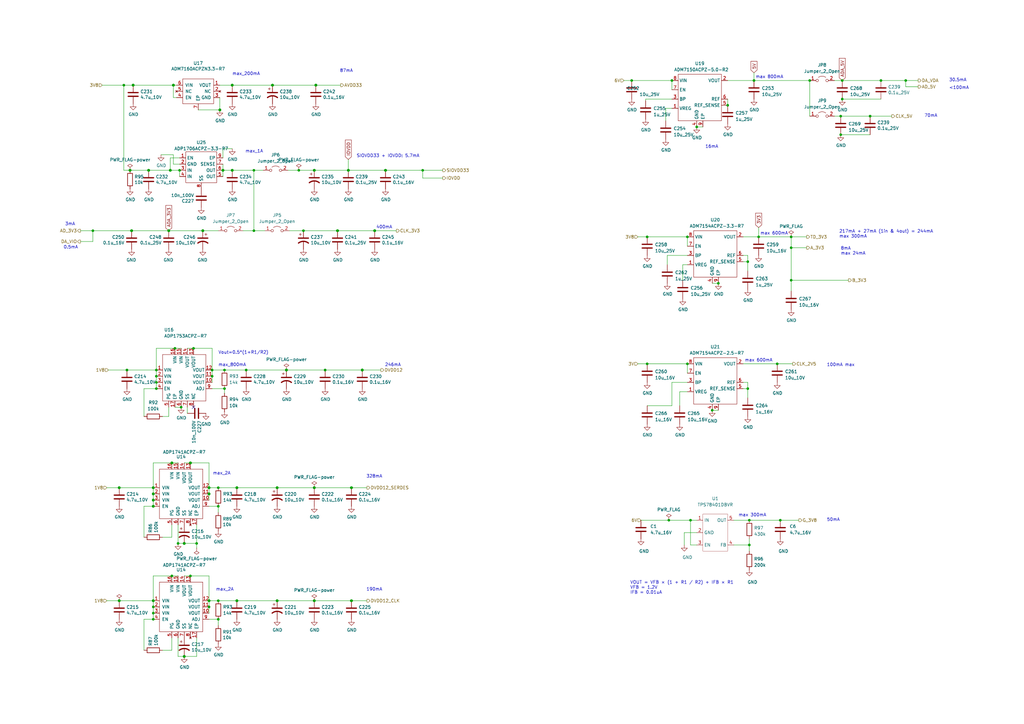
<source format=kicad_sch>
(kicad_sch (version 20230121) (generator eeschema)
  (paper "A3")
  (junction (at 64.135 156.845))
  (junction (at 144.145 246.38) (diameter 1.016))
  (junction (at 173.355 69.85))
  (junction (at 92.075 151.765))
  (junction (at 64.135 151.765))
  (junction (at 320.04 213.36) (diameter 0.9144))
  (junction (at 62.865 248.92))
  (junction (at 62.865 207.645) (diameter 1.016))
  (junction (at 95.25 69.85) (diameter 1.016))
  (junction (at 95.25 34.925) (diameter 1.016))
  (junction (at 75.565 269.24) (diameter 1.016))
  (junction (at 80.645 222.885))
  (junction (at 292.1 168.275))
  (junction (at 91.44 69.85) (diameter 1.016))
  (junction (at 356.87 47.625))
  (junction (at 71.12 34.925) (diameter 1.016))
  (junction (at 345.44 33.02))
  (junction (at 62.865 251.46))
  (junction (at 53.975 94.615) (diameter 1.016))
  (junction (at 62.865 202.565) (diameter 1.016))
  (junction (at 318.77 149.225))
  (junction (at 144.145 200.025) (diameter 1.016))
  (junction (at 78.105 236.22))
  (junction (at 69.85 69.85) (diameter 1.016))
  (junction (at 265.43 149.225))
  (junction (at 274.32 213.36) (diameter 0.9144))
  (junction (at 73.025 222.885))
  (junction (at 158.115 69.85) (diameter 1.016))
  (junction (at 48.895 200.025) (diameter 1.016))
  (junction (at 153.67 94.615) (diameter 1.016))
  (junction (at 85.725 200.025) (diameter 1.016))
  (junction (at 324.485 97.155))
  (junction (at 361.315 33.02))
  (junction (at 54.61 34.925) (diameter 1.016))
  (junction (at 259.08 33.02))
  (junction (at 307.34 213.36))
  (junction (at 48.895 246.38) (diameter 1.016))
  (junction (at 309.245 33.02))
  (junction (at 70.485 189.865) (diameter 1.016))
  (junction (at 129.54 34.925) (diameter 1.016))
  (junction (at 104.14 69.85))
  (junction (at 89.535 207.645))
  (junction (at 306.705 107.315))
  (junction (at 128.905 200.025) (diameter 1.016))
  (junction (at 86.995 154.305))
  (junction (at 79.375 142.875))
  (junction (at 324.485 101.6))
  (junction (at 62.865 200.025) (diameter 1.016))
  (junction (at 71.755 142.875))
  (junction (at 83.185 94.615) (diameter 1.016))
  (junction (at 104.14 94.615))
  (junction (at 52.07 151.765))
  (junction (at 78.105 189.865) (diameter 1.016))
  (junction (at 90.17 45.085) (diameter 1.016))
  (junction (at 142.875 69.85) (diameter 1.016))
  (junction (at 311.15 97.155))
  (junction (at 148.59 151.765) (diameter 1.016))
  (junction (at 86.995 151.765))
  (junction (at 283.21 213.36) (diameter 0.9144))
  (junction (at 298.45 43.18))
  (junction (at 345.44 40.64))
  (junction (at 122.555 69.85))
  (junction (at 124.46 94.615))
  (junction (at 60.96 69.85) (diameter 1.016))
  (junction (at 344.805 55.245))
  (junction (at 97.155 200.025) (diameter 1.016))
  (junction (at 62.865 246.38) (diameter 1.016))
  (junction (at 89.535 254))
  (junction (at 92.075 159.385))
  (junction (at 89.535 246.38))
  (junction (at 285.75 52.07))
  (junction (at 111.76 34.925) (diameter 1.016))
  (junction (at 62.865 254))
  (junction (at 38.1 94.615))
  (junction (at 275.59 33.02))
  (junction (at 97.155 246.38) (diameter 1.016))
  (junction (at 64.135 154.305))
  (junction (at 85.725 248.92))
  (junction (at 50.8 34.925))
  (junction (at 324.485 114.935))
  (junction (at 53.34 69.85) (diameter 1.016))
  (junction (at 371.475 33.02))
  (junction (at 117.475 151.765) (diameter 1.016))
  (junction (at 85.725 202.565) (diameter 1.016))
  (junction (at 64.135 159.385))
  (junction (at 133.35 151.765))
  (junction (at 73.66 69.85))
  (junction (at 100.965 151.765))
  (junction (at 344.805 47.625))
  (junction (at 128.905 69.85) (diameter 1.016))
  (junction (at 75.565 222.885) (diameter 1.016))
  (junction (at 113.665 200.025) (diameter 1.016))
  (junction (at 70.485 236.22))
  (junction (at 294.64 116.205))
  (junction (at 306.705 159.385))
  (junction (at 332.105 33.02))
  (junction (at 69.215 94.615) (diameter 1.016))
  (junction (at 85.725 246.38) (diameter 1.016))
  (junction (at 128.905 246.38) (diameter 1.016))
  (junction (at 89.535 200.025))
  (junction (at 138.43 94.615) (diameter 1.016))
  (junction (at 113.665 246.38) (diameter 1.016))
  (junction (at 265.43 97.155))
  (junction (at 62.865 205.105) (diameter 1.016))
  (junction (at 281.94 97.155))
  (junction (at 307.34 223.52) (diameter 0.9144))
  (junction (at 74.295 167.005))
  (junction (at 281.94 149.225))
  (no_connect (at 79.375 167.005))
  (wire (pts (xy 80.645 222.885) (xy 80.645 224.79)))
  (wire (pts (xy 80.645 215.265) (xy 80.645 222.885)))
  (wire (pts (xy 118.745 94.615) (xy 124.46 94.615)))
  (wire (pts (xy 153.67 94.615) (xy 138.43 94.615)))
  (wire (pts (xy 142.875 69.85) (xy 158.115 69.85)))
  (wire (pts (xy 304.8 159.385) (xy 306.705 159.385)))
  (wire (pts (xy 280.035 108.585) (xy 281.94 108.585)))
  (wire (pts (xy 33.02 94.615) (xy 38.1 94.615)))
  (wire (pts (xy 73.025 189.865) (xy 70.485 189.865)))
  (wire (pts (xy 111.76 34.925) (xy 129.54 34.925)))
  (wire (pts (xy 78.105 189.865) (xy 85.725 189.865)))
  (wire (pts (xy 86.995 151.765) (xy 86.995 154.305)))
  (wire (pts (xy 62.865 189.865) (xy 62.865 200.025)))
  (wire (pts (xy 100.965 151.765) (xy 117.475 151.765)))
  (wire (pts (xy 148.59 151.765) (xy 156.21 151.765)))
  (wire (pts (xy 133.35 151.765) (xy 148.59 151.765)))
  (wire (pts (xy 69.85 64.77) (xy 69.85 69.85)))
  (wire (pts (xy 78.105 236.22) (xy 85.725 236.22)))
  (wire (pts (xy 52.07 151.765) (xy 64.135 151.765)))
  (wire (pts (xy 342.265 33.02) (xy 345.44 33.02)))
  (wire (pts (xy 128.905 69.85) (xy 142.875 69.85)))
  (wire (pts (xy 128.905 200.025) (xy 144.145 200.025)))
  (wire (pts (xy 113.665 246.38) (xy 128.905 246.38)))
  (wire (pts (xy 304.8 107.315) (xy 306.705 107.315)))
  (wire (pts (xy 89.535 246.38) (xy 97.155 246.38)))
  (wire (pts (xy 91.44 69.85) (xy 91.44 72.39)))
  (wire (pts (xy 86.995 154.305) (xy 86.995 156.845)))
  (wire (pts (xy 33.02 99.06) (xy 38.1 99.06)))
  (wire (pts (xy 89.535 254) (xy 89.535 256.54)))
  (wire (pts (xy 59.055 159.385) (xy 64.135 159.385)))
  (wire (pts (xy 76.835 142.875) (xy 79.375 142.875)))
  (wire (pts (xy 70.485 266.7) (xy 70.485 261.62)))
  (wire (pts (xy 91.44 67.31) (xy 91.44 69.85)))
  (wire (pts (xy 86.995 142.875) (xy 86.995 151.765)))
  (wire (pts (xy 371.475 35.56) (xy 376.555 35.56)))
  (wire (pts (xy 298.45 40.64) (xy 298.45 43.18)))
  (wire (pts (xy 48.895 246.38) (xy 62.865 246.38)))
  (wire (pts (xy 262.89 213.36) (xy 274.32 213.36)))
  (wire (pts (xy 278.765 160.655) (xy 281.94 160.655)))
  (wire (pts (xy 173.355 73.025) (xy 181.61 73.025)))
  (wire (pts (xy 104.14 69.85) (xy 104.14 94.615)))
  (wire (pts (xy 173.355 69.85) (xy 181.61 69.85)))
  (wire (pts (xy 307.34 223.52) (xy 307.34 226.06)))
  (wire (pts (xy 70.485 236.22) (xy 73.025 236.22)))
  (wire (pts (xy 62.865 236.22) (xy 62.865 246.38)))
  (wire (pts (xy 91.44 60.96) (xy 95.25 60.96)))
  (wire (pts (xy 66.675 266.7) (xy 70.485 266.7)))
  (wire (pts (xy 300.99 223.52) (xy 307.34 223.52)))
  (wire (pts (xy 273.685 108.585) (xy 273.685 104.775)))
  (wire (pts (xy 38.1 94.615) (xy 38.1 99.06)))
  (wire (pts (xy 298.45 33.02) (xy 309.245 33.02)))
  (wire (pts (xy 264.795 41.275) (xy 264.795 40.64)))
  (wire (pts (xy 64.135 154.305) (xy 64.135 156.845)))
  (wire (pts (xy 273.05 49.53) (xy 273.05 44.45)))
  (wire (pts (xy 73.025 215.265) (xy 73.025 222.885)))
  (wire (pts (xy 324.485 101.6) (xy 330.835 101.6)))
  (wire (pts (xy 90.17 34.925) (xy 95.25 34.925)))
  (wire (pts (xy 162.56 94.615) (xy 153.67 94.615)))
  (wire (pts (xy 85.725 248.92) (xy 85.725 251.46)))
  (wire (pts (xy 320.04 213.36) (xy 327.66 213.36)))
  (wire (pts (xy 50.8 69.85) (xy 50.8 34.925)))
  (wire (pts (xy 69.85 69.85) (xy 73.66 69.85)))
  (wire (pts (xy 128.905 246.38) (xy 144.145 246.38)))
  (wire (pts (xy 75.565 189.865) (xy 78.105 189.865)))
  (wire (pts (xy 80.645 269.24) (xy 75.565 269.24)))
  (wire (pts (xy 255.905 33.02) (xy 259.08 33.02)))
  (wire (pts (xy 66.675 170.815) (xy 69.215 170.815)))
  (wire (pts (xy 117.475 151.765) (xy 133.35 151.765)))
  (wire (pts (xy 85.725 207.645) (xy 89.535 207.645)))
  (wire (pts (xy 345.44 33.02) (xy 361.315 33.02)))
  (wire (pts (xy 278.765 166.37) (xy 278.765 160.655)))
  (wire (pts (xy 71.755 142.875) (xy 64.135 142.875)))
  (wire (pts (xy 306.705 159.385) (xy 306.705 163.195)))
  (wire (pts (xy 304.8 97.155) (xy 311.15 97.155)))
  (wire (pts (xy 50.8 34.925) (xy 54.61 34.925)))
  (wire (pts (xy 95.25 34.925) (xy 111.76 34.925)))
  (wire (pts (xy 97.155 246.38) (xy 113.665 246.38)))
  (wire (pts (xy 280.67 218.44) (xy 285.75 218.44)))
  (wire (pts (xy 62.865 248.92) (xy 62.865 251.46)))
  (wire (pts (xy 173.355 69.85) (xy 173.355 73.025)))
  (wire (pts (xy 91.44 69.85) (xy 95.25 69.85)))
  (wire (pts (xy 311.15 97.155) (xy 324.485 97.155)))
  (wire (pts (xy 342.265 47.625) (xy 344.805 47.625)))
  (wire (pts (xy 62.865 246.38) (xy 62.865 248.92)))
  (wire (pts (xy 306.705 104.775) (xy 304.8 104.775)))
  (wire (pts (xy 71.755 167.005) (xy 74.295 167.005)))
  (wire (pts (xy 73.66 64.77) (xy 69.85 64.77)))
  (wire (pts (xy 309.245 29.845) (xy 309.245 33.02)))
  (wire (pts (xy 113.665 200.025) (xy 128.905 200.025)))
  (wire (pts (xy 281.94 100.965) (xy 281.94 97.155)))
  (wire (pts (xy 356.87 47.625) (xy 365.76 47.625)))
  (wire (pts (xy 73.025 222.885) (xy 75.565 222.885)))
  (wire (pts (xy 64.135 142.875) (xy 64.135 151.765)))
  (wire (pts (xy 306.705 107.315) (xy 306.705 111.125)))
  (wire (pts (xy 43.815 246.38) (xy 48.895 246.38)))
  (wire (pts (xy 371.475 33.02) (xy 371.475 35.56)))
  (wire (pts (xy 280.67 223.52) (xy 280.67 218.44)))
  (wire (pts (xy 261.62 149.225) (xy 265.43 149.225)))
  (wire (pts (xy 53.975 94.615) (xy 69.215 94.615)))
  (wire (pts (xy 71.12 67.31) (xy 71.12 63.5)))
  (wire (pts (xy 75.565 236.22) (xy 78.105 236.22)))
  (wire (pts (xy 59.055 170.815) (xy 59.055 159.385)))
  (wire (pts (xy 41.91 34.925) (xy 50.8 34.925)))
  (wire (pts (xy 71.12 63.5) (xy 66.04 63.5)))
  (wire (pts (xy 138.43 94.615) (xy 124.46 94.615)))
  (wire (pts (xy 283.21 213.36) (xy 285.75 213.36)))
  (wire (pts (xy 86.995 151.765) (xy 92.075 151.765)))
  (wire (pts (xy 345.44 40.64) (xy 361.315 40.64)))
  (wire (pts (xy 324.485 97.155) (xy 330.835 97.155)))
  (wire (pts (xy 318.77 149.225) (xy 325.12 149.225)))
  (wire (pts (xy 59.055 220.345) (xy 59.055 207.645)))
  (wire (pts (xy 324.485 101.6) (xy 324.485 114.935)))
  (wire (pts (xy 64.135 151.765) (xy 64.135 154.305)))
  (wire (pts (xy 92.075 159.385) (xy 92.075 161.29)))
  (wire (pts (xy 275.59 166.37) (xy 275.59 156.845)))
  (wire (pts (xy 54.61 34.925) (xy 71.12 34.925)))
  (wire (pts (xy 307.34 220.98) (xy 307.34 223.52)))
  (wire (pts (xy 80.645 222.885) (xy 75.565 222.885)))
  (wire (pts (xy 66.675 220.345) (xy 70.485 220.345)))
  (wire (pts (xy 144.145 246.38) (xy 150.495 246.38)))
  (wire (pts (xy 62.865 207.645) (xy 62.865 205.105)))
  (wire (pts (xy 44.45 151.765) (xy 52.07 151.765)))
  (wire (pts (xy 85.725 246.38) (xy 85.725 248.92)))
  (wire (pts (xy 264.795 40.64) (xy 275.59 40.64)))
  (wire (pts (xy 69.215 170.815) (xy 69.215 167.005)))
  (wire (pts (xy 85.725 200.025) (xy 89.535 200.025)))
  (wire (pts (xy 144.145 200.025) (xy 150.495 200.025)))
  (wire (pts (xy 89.535 200.025) (xy 97.155 200.025)))
  (wire (pts (xy 69.215 94.615) (xy 83.185 94.615)))
  (wire (pts (xy 74.295 142.875) (xy 71.755 142.875)))
  (wire (pts (xy 73.025 269.24) (xy 75.565 269.24)))
  (wire (pts (xy 62.865 236.22) (xy 70.485 236.22)))
  (wire (pts (xy 142.875 65.405) (xy 142.875 69.85)))
  (wire (pts (xy 43.815 200.025) (xy 48.895 200.025)))
  (wire (pts (xy 265.43 149.225) (xy 281.94 149.225)))
  (wire (pts (xy 73.025 261.62) (xy 73.025 269.24)))
  (wire (pts (xy 158.115 69.85) (xy 173.355 69.85)))
  (wire (pts (xy 292.1 116.205) (xy 294.64 116.205)))
  (wire (pts (xy 83.185 94.615) (xy 89.535 94.615)))
  (wire (pts (xy 304.8 149.225) (xy 318.77 149.225)))
  (wire (pts (xy 76.835 167.005) (xy 76.835 169.545)))
  (wire (pts (xy 311.15 93.345) (xy 311.15 97.155)))
  (wire (pts (xy 73.66 67.31) (xy 71.12 67.31)))
  (wire (pts (xy 274.32 213.36) (xy 283.21 213.36)))
  (wire (pts (xy 59.055 207.645) (xy 62.865 207.645)))
  (wire (pts (xy 91.44 64.77) (xy 91.44 60.96)))
  (wire (pts (xy 70.485 189.865) (xy 62.865 189.865)))
  (wire (pts (xy 86.995 159.385) (xy 92.075 159.385)))
  (wire (pts (xy 90.17 40.005) (xy 90.17 45.085)))
  (wire (pts (xy 53.34 69.85) (xy 60.96 69.85)))
  (wire (pts (xy 306.705 156.845) (xy 306.705 159.385)))
  (wire (pts (xy 79.375 142.875) (xy 86.995 142.875)))
  (wire (pts (xy 122.555 69.85) (xy 128.905 69.85)))
  (wire (pts (xy 92.075 151.765) (xy 100.965 151.765)))
  (wire (pts (xy 309.245 33.02) (xy 332.105 33.02)))
  (wire (pts (xy 59.055 266.7) (xy 59.055 254)))
  (wire (pts (xy 265.43 97.155) (xy 281.94 97.155)))
  (wire (pts (xy 60.96 69.85) (xy 69.85 69.85)))
  (wire (pts (xy 344.805 47.625) (xy 356.87 47.625)))
  (wire (pts (xy 261.62 97.155) (xy 265.43 97.155)))
  (wire (pts (xy 50.8 69.85) (xy 53.34 69.85)))
  (wire (pts (xy 71.12 34.925) (xy 72.39 34.925)))
  (wire (pts (xy 80.645 261.62) (xy 80.645 269.24)))
  (wire (pts (xy 275.59 156.845) (xy 281.94 156.845)))
  (wire (pts (xy 71.12 40.005) (xy 71.12 34.925)))
  (wire (pts (xy 108.585 94.615) (xy 104.14 94.615)))
  (wire (pts (xy 62.865 251.46) (xy 62.865 254)))
  (wire (pts (xy 273.685 104.775) (xy 281.94 104.775)))
  (wire (pts (xy 85.725 236.22) (xy 85.725 246.38)))
  (wire (pts (xy 59.055 254) (xy 62.865 254)))
  (wire (pts (xy 99.695 94.615) (xy 104.14 94.615)))
  (wire (pts (xy 285.75 223.52) (xy 283.21 223.52)))
  (wire (pts (xy 306.705 104.775) (xy 306.705 107.315)))
  (wire (pts (xy 104.14 69.85) (xy 107.95 69.85)))
  (wire (pts (xy 81.28 45.085) (xy 90.17 45.085)))
  (wire (pts (xy 281.94 149.225) (xy 281.94 153.035)))
  (wire (pts (xy 273.05 44.45) (xy 275.59 44.45)))
  (wire (pts (xy 73.66 69.85) (xy 73.66 72.39)))
  (wire (pts (xy 306.705 156.845) (xy 304.8 156.845)))
  (wire (pts (xy 259.08 33.02) (xy 275.59 33.02)))
  (wire (pts (xy 118.11 69.85) (xy 122.555 69.85)))
  (wire (pts (xy 307.34 213.36) (xy 320.04 213.36)))
  (wire (pts (xy 285.75 52.07) (xy 288.29 52.07)))
  (wire (pts (xy 72.39 40.005) (xy 71.12 40.005)))
  (wire (pts (xy 97.155 200.025) (xy 113.665 200.025)))
  (wire (pts (xy 300.99 213.36) (xy 307.34 213.36)))
  (wire (pts (xy 280.035 114.935) (xy 280.035 108.585)))
  (wire (pts (xy 85.725 202.565) (xy 85.725 200.025)))
  (wire (pts (xy 129.54 34.925) (xy 139.7 34.925)))
  (wire (pts (xy 38.1 94.615) (xy 53.975 94.615)))
  (wire (pts (xy 64.135 156.845) (xy 64.135 159.385)))
  (wire (pts (xy 292.1 168.275) (xy 294.64 168.275)))
  (wire (pts (xy 85.725 189.865) (xy 85.725 200.025)))
  (wire (pts (xy 265.43 166.37) (xy 275.59 166.37)))
  (wire (pts (xy 85.725 246.38) (xy 89.535 246.38)))
  (wire (pts (xy 332.105 33.02) (xy 332.105 47.625)))
  (wire (pts (xy 89.535 207.645) (xy 89.535 210.185)))
  (wire (pts (xy 62.865 205.105) (xy 62.865 202.565)))
  (wire (pts (xy 95.25 69.85) (xy 104.14 69.85)))
  (wire (pts (xy 275.59 33.02) (xy 275.59 36.83)))
  (wire (pts (xy 324.485 114.935) (xy 347.98 114.935)))
  (wire (pts (xy 62.865 202.565) (xy 62.865 200.025)))
  (wire (pts (xy 344.805 55.245) (xy 356.87 55.245)))
  (wire (pts (xy 283.21 223.52) (xy 283.21 213.36)))
  (wire (pts (xy 361.315 33.02) (xy 371.475 33.02)))
  (wire (pts (xy 85.725 254) (xy 89.535 254)))
  (wire (pts (xy 324.485 114.935) (xy 324.485 119.38)))
  (wire (pts (xy 48.895 200.025) (xy 62.865 200.025)))
  (wire (pts (xy 70.485 220.345) (xy 70.485 215.265)))
  (wire (pts (xy 371.475 33.02) (xy 376.555 33.02)))
  (wire (pts (xy 324.485 97.155) (xy 324.485 101.6)))
  (wire (pts (xy 85.725 205.105) (xy 85.725 202.565)))
  (text "max_800mA" (at 89.535 150.495 0) (effects (font (size 1.27 1.27)) (justify left bottom)))
  (text "328mA" (at 156.845 196.215 0) (effects (font (size 1.27 1.27)) (justify right bottom)))
  (text "3mA" (at 26.67 92.71 0) (effects (font (size 1.27 1.27)) (justify left bottom)))
  (text "50mA" (at 339.09 213.995 0) (effects (font (size 1.27 1.27)) (justify left bottom)))
  (text "0.5mA" (at 26.035 102.235 0) (effects (font (size 1.27 1.27)) (justify left bottom)))
  (text "190mA" (at 156.845 242.57 0) (effects (font (size 1.27 1.27)) (justify right bottom)))
  (text "max 600mA" (at 305.435 148.59 0) (effects (font (size 1.27 1.27)) (justify left bottom)))
  (text "87mA" (at 144.78 29.845 0) (effects (font (size 1.27 1.27)) (justify right bottom)))
  (text "400mA" (at 154.305 93.98 0) (effects (font (size 1.27 1.27)) (justify left bottom)))
  (text "8mA\nmax 24mA" (at 344.805 104.775 0) (effects (font (size 1.27 1.27)) (justify left bottom)))
  (text "Vout=0.5*(1+R1/R2)" (at 89.535 145.415 0) (effects (font (size 1.27 1.27)) (justify left bottom)))
  (text "70mA" (at 379.095 48.26 0) (effects (font (size 1.27 1.27)) (justify left bottom)))
  (text "16mA" (at 294.64 60.96 0) (effects (font (size 1.27 1.27)) (justify right bottom)))
  (text "max 600mA" (at 311.785 96.52 0) (effects (font (size 1.27 1.27)) (justify left bottom)))
  (text "SIOVDD33 + IOVDD: 5.7mA" (at 172.085 64.77 0) (effects (font (size 1.27 1.27)) (justify right bottom)))
  (text "VOUT = VFB × (1 + R1 / R2) + IFB × R1 \nVFB = 1.2V\nIFB = 0.01uA" (at 258.445 243.84 0) (effects (font (size 1.27 1.27)) (justify left bottom)))
  (text "max 800mA" (at 309.88 32.385 0) (effects (font (size 1.27 1.27)) (justify left bottom)))
  (text "100mA max" (at 339.09 150.495 0) (effects (font (size 1.27 1.27)) (justify left bottom)))
  (text "max_200mA" (at 106.68 31.115 0) (effects (font (size 1.27 1.27)) (justify right bottom)))
  (text "max 300mA" (at 302.895 212.09 0) (effects (font (size 1.27 1.27)) (justify left bottom)))
  (text "max_2A" (at 95.885 242.57 0) (effects (font (size 1.27 1.27)) (justify right bottom)))
  (text "246mA" (at 164.465 150.495 0) (effects (font (size 1.27 1.27)) (justify right bottom)))
  (text "217mA + 27mA (1in & 4out) = 244mA\nmax 300mA" (at 344.17 97.79 0) (effects (font (size 1.27 1.27)) (justify left bottom)))
  (text "<100mA" (at 389.255 36.83 0) (effects (font (size 1.27 1.27)) (justify left bottom)))
  (text "30.5mA" (at 389.255 33.655 0) (effects (font (size 1.27 1.27)) (justify left bottom)))
  (text "max_1A" (at 107.95 62.865 0) (effects (font (size 1.27 1.27)) (justify right bottom)))
  (text "max_2A" (at 94.615 194.945 0) (effects (font (size 1.27 1.27)) (justify right bottom)))
  (global_label "ADA_3V3" (shape input) (at 69.215 94.615 90) (property "Intersheetrefs" "${INTERSHEET_REFS}" (effects hide)))
  (global_label "ADA_5V" (shape input) (at 345.44 33.02 90) (property "Intersheetrefs" "${INTERSHEET_REFS}" (effects hide)))
  (global_label "5V" (shape input) (at 309.245 29.845 90) (property "Intersheetrefs" "${INTERSHEET_REFS}" (effects hide)))
  (global_label "IOVDD" (shape input) (at 142.875 65.405 90) (property "Intersheetrefs" "${INTERSHEET_REFS}" (effects hide)))
  (global_label "3V3" (shape input) (at 311.15 93.345 90) (property "Intersheetrefs" "${INTERSHEET_REFS}" (effects hide)))
  (hierarchical_label "DVDD12_CLK" (shape output) (at 150.495 246.38 0))
  (hierarchical_label "6V" (shape input) (at 255.905 33.02 180))
  (hierarchical_label "6V" (shape input) (at 262.89 213.36 180))
  (hierarchical_label "3V8" (shape input) (at 41.91 34.925 180) (property "Intersheetrefs" "${INTERSHEET_REFS}" (effects hide)))
  (hierarchical_label "DVDD12" (shape output) (at 156.21 151.765 0))
  (hierarchical_label "DA_VIO" (shape output) (at 33.02 99.06 180))
  (hierarchical_label "DA_VDA" (shape output) (at 376.555 33.02 0))
  (hierarchical_label "DVDD12_SERDES" (shape output) (at 150.495 200.025 0))
  (hierarchical_label "B_3V3" (shape output) (at 347.98 114.935 0))
  (hierarchical_label "3V8" (shape input) (at 261.62 97.155 180))
  (hierarchical_label "1V8" (shape input) (at 43.815 246.38 180) (property "Intersheetrefs" "${INTERSHEET_REFS}" (effects hide)))
  (hierarchical_label "AD_3V3" (shape output) (at 33.02 94.615 180))
  (hierarchical_label "AVDD33" (shape output) (at 139.7 34.925 0))
  (hierarchical_label "AD_5V" (shape output) (at 376.555 35.56 0))
  (hierarchical_label "1V8" (shape input) (at 43.815 200.025 180) (property "Intersheetrefs" "${INTERSHEET_REFS}" (effects hide)))
  (hierarchical_label "G_3V8" (shape output) (at 327.66 213.36 0))
  (hierarchical_label "1V8" (shape input) (at 44.45 151.765 180) (property "Intersheetrefs" "${INTERSHEET_REFS}" (effects hide)))
  (hierarchical_label "SIOVDD33" (shape output) (at 181.61 69.85 0))
  (hierarchical_label "CLK_5V" (shape output) (at 365.76 47.625 0))
  (hierarchical_label "IOVDD" (shape output) (at 181.61 73.025 0))
  (hierarchical_label "TD_3V3" (shape output) (at 330.835 97.155 0))
  (hierarchical_label "A_3V3" (shape output) (at 330.835 101.6 0))
  (hierarchical_label "CLK_3V3" (shape output) (at 162.56 94.615 0))
  (hierarchical_label "CLK_2V5" (shape output) (at 325.12 149.225 0))
  (hierarchical_label "3V" (shape input) (at 261.62 149.225 180))
  (symbol (lib_id "head-rescue:C-Device") (at 361.315 36.83 0) (unit 1)
    (property "Reference" "C239" (at 364.236 35.6616 0) (effects (justify left)))
    (property "Value" "0.1u_25V" (at 364.236 37.973 0) (effects (justify left)))
    (property "Footprint" "Capacitor_SMD:C_0603_1608Metric" (effects hide))
    (property "Datasheet" "https://www.mouser.fr/ProductDetail/TAIYO-YUDEN/TMK107B7104KAHT?qs=CNQs48zzdnrXka%2F%2FvxSUzw%3D%3D" (effects hide))
    (property "Part" "TMK107B7104KAHT" (effects hide))
    (property "Unitprice" "0.094" (effects hide))
    (property "Description" " Multilayer Ceramic Capacitors MLCC - SMD/SMT 0603 25VDC 0.1uF 10% X7R AEC-Q200" (effects hide))
    (property "Man" "Taiyo Yuden " (effects hide))
    (property "Dis" "Mouser" (effects hide))
    (instances (project "Bread" (path "" (reference "C239") (unit 1))) (project "head" (path "" (reference "C35") (unit 1))) (project "Bread70" (path "" (reference "C288") (unit 1))))
  )
  (symbol (lib_id "Device:C") (at 262.89 217.17 0) (unit 1)
    (property "Reference" "C1" (at 266.7 215.9 0) (effects (justify left)))
    (property "Value" "4.7u_16V" (at 266.7 218.44 0) (effects (justify left)))
    (property "Footprint" "Capacitor_SMD:C_0805_2012Metric" (effects hide))
    (property "Datasheet" "https://www.mouser.fr/ProductDetail/Taiyo-Yuden/EMF212AB7475KGHT/?qs=%252B6g0mu59x7Ihev6IMgBBpw%3D%3D" (effects hide))
    (property "Part" "EMF212AB7475KGHT " (effects hide))
    (property "Description" " Multilayer Ceramic Capacitors MLCC - SMD/SMT 0805 16VDC 4.7uF 10% X7R AEC-Q200" (effects hide))
    (property "Dis" "Mouser" (effects hide))
    (property "Man" "Taiyo Yuden" (effects hide))
    (property "Unitprice" "0.273" (effects hide))
    (instances (project "translator_cml2ttl" (path "" (reference "C1") (unit 1))) (project "Bread70" (path "" (reference "C276") (unit 1))))
  )
  (symbol (lib_id "head-rescue:C-Device") (at 48.895 203.835 0) (unit 1)
    (property "Reference" "C214" (at 51.816 202.6666 0) (effects (justify left)))
    (property "Value" "4.7u_10V" (at 51.816 204.978 0) (effects (justify left)))
    (property "Footprint" "Capacitor_SMD:C_0603_1608Metric" (effects hide))
    (property "Datasheet" "https://www.mouser.fr/ProductDetail/Taiyo-Yuden/LMK107BJ475MAHT?qs=vF%252B8ahGVile95bhfG0202g%3D%3D" (effects hide))
    (property "Part" "LMK107BJ475MAHT" (effects hide))
    (property "Unitprice" "0,166" (effects hide))
    (property "Description" "Multilayer Ceramic Capacitors MLCC - SMD/SMT 0603 10VDC 4.7uF 20% X5R AEC-Q200 " (effects hide))
    (property "Man" "Taiyo Yuden " (effects hide))
    (property "Dis" "Mouser" (effects hide))
    (instances (project "Bread" (path "" (reference "C214") (unit 1))) (project "head" (path "" (reference "C8") (unit 1))) (project "Bread70" (path "" (reference "C214") (unit 1))))
  )
  (symbol (lib_id "Device:R") (at 92.075 155.575 0) (unit 1)
    (property "Reference" "R93" (at 93.98 154.3049 0) (effects (justify left)))
    (property "Value" "14k" (at 93.98 156.8449 0) (effects (justify left)))
    (property "Footprint" "Resistor_SMD:R_0603_1608Metric" (effects hide))
    (property "Datasheet" "https://www.mouser.fr/ProductDetail/Vishay-Dale/TNPW060314K0BEEA?qs=UyvxJcuXVAaXdXNWkj6FFw%3D%3D" (effects hide))
    (property "Part" "TNPW060314K0BEEA " (effects hide))
    (property "Description" "Thin Film Resistors - SMD 14Kohms .1% 25ppm" (effects hide))
    (property "Man" "Vishay / Dale" (effects hide))
    (property "Unitprice" "0,49" (effects hide))
    (property "Dis" "Mouser" (effects hide))
    (instances (project "Bread" (path "" (reference "R93") (unit 1))) (project "head" (path "" (reference "R10") (unit 1))) (project "Bread70" (path "" (reference "R92") (unit 1))))
  )
  (symbol (lib_id "head-rescue:CP1-Device") (at 113.665 203.835 0) (unit 1)
    (property "Reference" "C220" (at 116.586 202.6666 0) (effects (justify left)))
    (property "Value" "10u_10V" (at 116.586 204.978 0) (effects (justify left)))
    (property "Footprint" "Capacitor_Tantalum_SMD:CP_EIA-3216-18_Kemet-A" (effects hide))
    (property "Datasheet" "https://www.mouser.fr/ProductDetail/KEMET/T489A106K010ATA2K2?qs=ds50AKTGxA%2Fc9bL0zBpU2Q%3D%3D" (effects hide))
    (property "Part" "T489A106K010ATA2K2 " (effects hide))
    (property "Unitprice" "0,761" (effects hide))
    (property "Description" "Tantalum Capacitors - Solid SMD 10V 10uF 1206 10% " (effects hide))
    (property "Man" "KEMET " (effects hide))
    (property "Dis" "Mouser" (effects hide))
    (instances (project "Bread" (path "" (reference "C220") (unit 1))) (project "head" (path "" (reference "C17") (unit 1))) (project "Bread70" (path "" (reference "C237") (unit 1))))
  )
  (symbol (lib_id "head-rescue:PWR_FLAG-power") (at 80.645 224.79 180) (unit 1)
    (property "Reference" "#FLG015" (effects hide))
    (property "Value" "PWR_FLAG-power" (at 80.645 229.1144 0))
    (instances (project "Bread" (path "" (reference "#FLG015") (unit 1))) (project "head" (path "" (reference "#FLG0118") (unit 1))) (project "Bread70" (path "" (reference "#FLG027") (unit 1))))
  )
  (symbol (lib_id "Device:R") (at 89.535 203.835 0) (unit 1)
    (property "Reference" "R93" (at 91.44 202.5649 0) (effects (justify left)))
    (property "Value" "14k" (at 91.44 205.1049 0) (effects (justify left)))
    (property "Footprint" "Resistor_SMD:R_0603_1608Metric" (effects hide))
    (property "Datasheet" "https://www.mouser.fr/ProductDetail/Vishay-Dale/TNPW060314K0BEEA?qs=UyvxJcuXVAaXdXNWkj6FFw%3D%3D" (effects hide))
    (property "Part" "TNPW060314K0BEEA " (effects hide))
    (property "Description" "Thin Film Resistors - SMD 14Kohms .1% 25ppm" (effects hide))
    (property "Man" "Vishay / Dale" (effects hide))
    (property "Unitprice" "0,49" (effects hide))
    (property "Dis" "Mouser" (effects hide))
    (instances (project "Bread" (path "" (reference "R93") (unit 1))) (project "head" (path "" (reference "R10") (unit 1))) (project "Bread70" (path "" (reference "R88") (unit 1))))
  )
  (symbol (lib_id "Device:R") (at 92.075 165.1 0) (unit 1)
    (property "Reference" "R94" (at 93.98 163.8299 0) (effects (justify left)))
    (property "Value" "10k" (at 93.98 166.3699 0) (effects (justify left)))
    (property "Footprint" "Resistor_SMD:R_0603_1608Metric" (effects hide))
    (property "Datasheet" "https://www.mouser.fr/ProductDetail/TE-Connectivity-Holsworthy/CPF0603D10KE?qs=Im7Ui%252B8riBXDalKABnNOsA%3D%3D" (effects hide))
    (property "Part" "CPF0603D10KE " (effects hide))
    (property "Description" "Thin Film Resistors - SMD CPF0603 10K 0.5% 25PPM " (effects hide))
    (property "Unitprice" "0,236" (effects hide))
    (property "Man" "TE Connectivity / Holsworthy" (effects hide))
    (property "Dis" "Mouser" (effects hide))
    (instances (project "Bread" (path "" (reference "R94") (unit 1))) (project "head" (path "" (reference "R28") (unit 1))) (project "Bread70" (path "" (reference "R93") (unit 1))))
  )
  (symbol (lib_id "head-rescue:PWR_FLAG-power") (at 53.34 69.85 0) (unit 1)
    (property "Reference" "#FLG020" (effects hide))
    (property "Value" "PWR_FLAG-power" (at 53.34 65.5256 0))
    (instances (project "Bread" (path "" (reference "#FLG020") (unit 1))) (project "head" (path "" (reference "#FLG0117") (unit 1))) (project "Bread70" (path "" (reference "#FLG025") (unit 1))))
  )
  (symbol (lib_id "head-rescue:GND-power") (at 113.665 254 0) (unit 1)
    (property "Reference" "#PWR0153" (effects hide))
    (property "Value" "GND" (at 113.792 258.3942 0))
    (instances (project "Bread" (path "" (reference "#PWR0153") (unit 1))) (project "head" (path "" (reference "#PWR026") (unit 1))) (project "Bread70" (path "" (reference "#PWR0177") (unit 1))))
  )
  (symbol (lib_id "head-rescue:R-Device") (at 53.34 73.66 0) (unit 1)
    (property "Reference" "R95" (at 55.118 72.4916 0) (effects (justify left)))
    (property "Value" "10k" (at 55.118 74.803 0) (effects (justify left)))
    (property "Footprint" "Resistor_SMD:R_0603_1608Metric" (effects hide))
    (property "Datasheet" "https://www.mouser.fr/ProductDetail/YAGEO/RE0603FRE1310KL?qs=sGAEpiMZZMtG0KNrPCHnjW0BEZmmc%252BDps7hXg9Wuhfk%252B6gJhMGYP%2FQ%3D%3D" (effects hide))
    (property "Part" "RE0603FRE1310KL" (effects hide))
    (property "Unitprice" "0.094" (effects hide))
    (property "Description" "Thick Film Resistors - SMD 10 kOhms 100 mW 0603 1% 50ppm" (effects hide))
    (property "Man" "YAGEO " (effects hide))
    (property "Dis" "Mouser" (effects hide))
    (instances (project "Bread" (path "" (reference "R95") (unit 1))) (project "head" (path "" (reference "R11") (unit 1))) (project "Bread70" (path "" (reference "R84") (unit 1))))
  )
  (symbol (lib_id "power:GND") (at 307.34 233.68 0) (unit 1)
    (property "Reference" "#PWR09" (effects hide))
    (property "Value" "GND" (at 308.61 238.76 0))
    (instances (project "translator_cml2ttl" (path "" (reference "#PWR09") (unit 1))) (project "Bread70" (path "" (reference "#PWR0215") (unit 1))))
  )
  (symbol (lib_id "head-rescue:GND-power") (at 345.44 40.64 0) (unit 1)
    (property "Reference" "#PWR0209" (effects hide))
    (property "Value" "GND" (at 345.567 45.0342 0))
    (instances (project "Bread" (path "" (reference "#PWR0209") (unit 1))) (project "head" (path "" (reference "#PWR033") (unit 1))) (project "Bread70" (path "" (reference "#PWR0209") (unit 1))))
  )
  (symbol (lib_id "head-rescue:GND-power") (at 54.61 42.545 0) (unit 1)
    (property "Reference" "#PWR0166" (effects hide))
    (property "Value" "GND" (at 54.737 46.9392 0))
    (instances (project "Bread" (path "" (reference "#PWR0166") (unit 1))) (project "head" (path "" (reference "#PWR037") (unit 1))) (project "Bread70" (path "" (reference "#PWR0149") (unit 1))))
  )
  (symbol (lib_id "head-rescue:C-Device") (at 144.145 203.835 0) (unit 1)
    (property "Reference" "C224" (at 147.066 202.6666 0) (effects (justify left)))
    (property "Value" "0.1u_16V" (at 147.066 204.978 0) (effects (justify left)))
    (property "Footprint" "Capacitor_SMD:C_0603_1608Metric" (effects hide))
    (property "Datasheet" "https://www.mouser.fr/ProductDetail/TAIYO-YUDEN/EMF107B7104KAHT?qs=%252B6g0mu59x7JS5TRg8GVKAA%3D%3D" (effects hide))
    (property "Part" "EMF107B7104KAHT " (effects hide))
    (property "Unitprice" "0.169" (effects hide))
    (property "Description" "Multilayer Ceramic Capacitors MLCC - SMD/SMT 0603 16VDC 0.1uF 10% X7R AEC-Q200 " (effects hide))
    (property "Man" "Taiyo Yuden " (effects hide))
    (property "Dis" "Mouser" (effects hide))
    (instances (project "Bread" (path "" (reference "C224") (unit 1))) (project "head" (path "" (reference "C25") (unit 1))) (project "Bread70" (path "" (reference "C250") (unit 1))))
  )
  (symbol (lib_id "head-rescue:GND-power") (at 292.1 168.275 0) (unit 1)
    (property "Reference" "#PWR0193" (effects hide))
    (property "Value" "GND" (at 292.227 172.6692 0))
    (instances (project "Bread" (path "" (reference "#PWR0193") (unit 1))) (project "head" (path "" (reference "#PWR033") (unit 1))) (project "Bread70" (path "" (reference "#PWR0202") (unit 1))))
  )
  (symbol (lib_id "head-rescue:GND-power") (at 294.64 116.205 0) (unit 1)
    (property "Reference" "#PWR0192" (effects hide))
    (property "Value" "GND" (at 294.767 120.5992 0))
    (instances (project "Bread" (path "" (reference "#PWR0192") (unit 1))) (project "head" (path "" (reference "#PWR033") (unit 1))) (project "Bread70" (path "" (reference "#PWR0201") (unit 1))))
  )
  (symbol (lib_id "head-rescue:CP1-Device") (at 117.475 155.575 0) (unit 1)
    (property "Reference" "C229" (at 120.396 154.4066 0) (effects (justify left)))
    (property "Value" "10u_10V" (at 120.396 156.718 0) (effects (justify left)))
    (property "Footprint" "Capacitor_Tantalum_SMD:CP_EIA-3216-18_Kemet-A" (effects hide))
    (property "Datasheet" "https://www.mouser.fr/ProductDetail/KEMET/T489A106K010ATA2K2?qs=ds50AKTGxA%2Fc9bL0zBpU2Q%3D%3D" (effects hide))
    (property "Part" "T489A106K010ATA2K2 " (effects hide))
    (property "Unitprice" "0,761" (effects hide))
    (property "Description" "Tantalum Capacitors - Solid SMD 10V 10uF 1206 10% " (effects hide))
    (property "Man" "KEMET " (effects hide))
    (property "Dis" "Mouser" (effects hide))
    (instances (project "Bread" (path "" (reference "C229") (unit 1))) (project "head" (path "" (reference "C23") (unit 1))) (project "Bread70" (path "" (reference "C239") (unit 1))))
  )
  (symbol (lib_id "head-rescue:GND-power") (at 153.67 102.235 0) (unit 1)
    (property "Reference" "#PWR0183" (effects hide))
    (property "Value" "GND" (at 153.797 106.6292 0))
    (instances (project "Bread" (path "" (reference "#PWR0183") (unit 1))) (project "head" (path "" (reference "#PWR033") (unit 1))) (project "Bread70" (path "" (reference "#PWR0188") (unit 1))))
  )
  (symbol (lib_id "head-rescue:C-Device") (at 153.67 98.425 0) (unit 1)
    (property "Reference" "C245" (at 156.591 97.2566 0) (effects (justify left)))
    (property "Value" "0.1u_16V" (at 156.591 99.568 0) (effects (justify left)))
    (property "Footprint" "Capacitor_SMD:C_0603_1608Metric" (effects hide))
    (property "Datasheet" "https://www.mouser.fr/ProductDetail/TAIYO-YUDEN/EMF107B7104KAHT?qs=%252B6g0mu59x7JS5TRg8GVKAA%3D%3D" (effects hide))
    (property "Part" "EMF107B7104KAHT " (effects hide))
    (property "Unitprice" "0.169" (effects hide))
    (property "Description" "Multilayer Ceramic Capacitors MLCC - SMD/SMT 0603 16VDC 0.1uF 10% X7R AEC-Q200 " (effects hide))
    (property "Man" "Taiyo Yuden " (effects hide))
    (property "Dis" "Mouser" (effects hide))
    (instances (project "Bread" (path "" (reference "C245") (unit 1))) (project "head" (path "" (reference "C58") (unit 1))) (project "Bread70" (path "" (reference "C249") (unit 1))))
  )
  (symbol (lib_id "head-rescue:CP1-Device") (at 75.565 265.43 0) (unit 1)
    (property "Reference" "C217" (at 78.486 264.2616 0) (effects (justify left)))
    (property "Value" "10u_10V" (at 78.486 266.573 0) (effects (justify left)))
    (property "Footprint" "Capacitor_Tantalum_SMD:CP_EIA-3216-18_Kemet-A" (effects hide))
    (property "Datasheet" "https://www.mouser.fr/ProductDetail/KEMET/T489A106K010ATA2K2?qs=ds50AKTGxA%2Fc9bL0zBpU2Q%3D%3D" (effects hide))
    (property "Part" "T489A106K010ATA2K2 " (effects hide))
    (property "Unitprice" "0,761" (effects hide))
    (property "Description" "Tantalum Capacitors - Solid SMD 10V 10uF 1206 10% " (effects hide))
    (property "Man" "KEMET " (effects hide))
    (property "Dis" "Mouser" (effects hide))
    (instances (project "Bread" (path "" (reference "C217") (unit 1))) (project "head" (path "" (reference "C10") (unit 1))) (project "Bread70" (path "" (reference "C224") (unit 1))))
  )
  (symbol (lib_id "head-rescue:C-Device") (at 53.975 98.425 0) (mirror y) (unit 1)
    (property "Reference" "C250" (at 51.054 97.2566 0) (effects (justify left)))
    (property "Value" "0.1u_16V" (at 51.054 99.568 0) (effects (justify left)))
    (property "Footprint" "Capacitor_SMD:C_0603_1608Metric" (effects hide))
    (property "Datasheet" "https://www.mouser.fr/ProductDetail/TAIYO-YUDEN/EMF107B7104KAHT?qs=%252B6g0mu59x7JS5TRg8GVKAA%3D%3D" (effects hide))
    (property "Part" "EMF107B7104KAHT " (effects hide))
    (property "Unitprice" "0.169" (effects hide))
    (property "Description" "Multilayer Ceramic Capacitors MLCC - SMD/SMT 0603 16VDC 0.1uF 10% X7R AEC-Q200 " (effects hide))
    (property "Man" "Taiyo Yuden " (effects hide))
    (property "Dis" "Mouser" (effects hide))
    (instances (project "Bread" (path "" (reference "C250") (unit 1))) (project "head" (path "" (reference "C40") (unit 1))) (project "Bread70" (path "" (reference "C218") (unit 1))))
  )
  (symbol (lib_id "Device:C") (at 259.08 36.83 0) (unit 1)
    (property "Reference" "C252" (at 262.255 36.195 0) (effects (justify right)))
    (property "Value" "10u_25V" (at 262.255 38.735 0) (effects (justify left)))
    (property "Footprint" "Capacitor_SMD:C_1206_3216Metric" (effects hide))
    (property "Datasheet" "https://www.mouser.fr/ProductDetail/TAIYO-YUDEN/TMK316AB7106KL-T?qs=CNQs48zzdno60lrsjTLvlg%3D%3D" (effects hide))
    (property "Part" "TMK316AB7106KL-T" (effects hide))
    (property "Dis" "Mouser" (effects hide))
    (property "Unitprice" "0.282" (effects hide))
    (property "Man" "Taiyo Yuden " (effects hide))
    (property "Description" " Multilayer Ceramic Capacitors MLCC - SMD/SMT 1206 25VDC 10uF 10% X7R" (effects hide))
  )
  (symbol (lib_id "Veriqloud:ADM7150") (at 293.37 103.505 0) (unit 1)
    (property "Reference" "U20" (at 293.37 90.17 0))
    (property "Value" "ADM7154ACPZ-3.3-R7" (at 294.005 92.71 0))
    (property "Footprint" "Veriqloud:LFCSP-8-1EP_3x3mm_P0.5mm_EP1.6x2.44mm_ThermalVias" (effects hide))
    (property "Datasheet" "https://www.mouser.fr/datasheet/2/609/ADM7154-3120929.pdf" (effects hide))
    (property "Part" "ADM7154ACPZ-3.3-R7" (effects hide))
    (property "Dis" "Mouser" (effects hide))
    (property "Unitprice" "6.88" (effects hide))
    (property "Description" "  600 mA, Ultralow Noise, High PSRR, RF Linear Regulator" (effects hide))
    (property "Man" " Analog-Devices" (effects hide))
  )
  (symbol (lib_id "VQ_schematic_symbols:ADM7160ACPZN3.3-R7") (at 81.28 37.465 0) (mirror y) (unit 1)
    (property "Reference" "U17" (at 81.28 25.908 0))
    (property "Value" "ADM7160ACPZN3.3-R7" (at 81.28 28.2194 0))
    (property "Footprint" "VQ_footprints:LFCSP_6_P0.65mm_EP1x1.6mm_2x2mm" (effects hide))
    (property "Datasheet" "https://www.mouser.fr/ProductDetail/Analog-Devices/ADM7160ACPZN33-R7?qs=J50fqX%2Fl9irdms1ZmQuL6w%3D%3D" (effects hide))
    (property "Part" "ADM7160ACPZN3.3-R7" (effects hide))
    (property "Description" "LDO Voltage Regulators Ultra-Low Noise 200mA LDO" (effects hide))
    (property "Unitprice" "1,37" (effects hide))
    (property "Man" "Analog-Devices" (effects hide))
    (property "Dis" "Mouser" (effects hide))
    (instances (project "Bread" (path "" (reference "U17") (unit 1))) (project "head" (path "" (reference "U7") (unit 1))) (project "Bread70" (path "" (reference "U17") (unit 1))))
  )
  (symbol (lib_id "head-rescue:GND-power") (at 265.43 173.99 0) (unit 1)
    (property "Reference" "#PWR0207" (effects hide))
    (property "Value" "GND" (at 265.557 178.3842 0))
    (instances (project "Bread" (path "" (reference "#PWR0207") (unit 1))) (project "head" (path "" (reference "#PWR033") (unit 1))) (project "Bread70" (path "" (reference "#PWR0194") (unit 1))))
  )
  (symbol (lib_id "Jumper:Jumper_2_Open") (at 337.185 33.02 0) (unit 1)
    (property "Reference" "JP8" (at 337.185 26.67 0))
    (property "Value" "Jumper_2_Open" (at 337.185 29.21 0))
    (property "Footprint" "Resistor_SMD:R_0603_1608Metric" (effects hide))
    (property "Datasheet" "https://www.mouser.fr/ProductDetail/Vishay-Dale/CRCW06030000Z0EBHP?qs=vtpzqDgAoblk9PaX%2FXpYqQ%3D%3D" (effects hide))
    (property "Part" " CRCW06030000Z0EBHP" (effects hide))
    (property "Man" " Vishay / Dale " (effects hide))
    (property "Dis" "Mouser" (effects hide))
    (property "Description" "  Thick Film Resistors - SMD 0.33W Zeroohm Jumper High Power AEC-Q200" (effects hide))
  )
  (symbol (lib_id "head-rescue:GND-power") (at 324.485 127 0) (unit 1)
    (property "Reference" "#PWR0208" (effects hide))
    (property "Value" "GND" (at 324.612 131.3942 0))
    (instances (project "Bread" (path "" (reference "#PWR0208") (unit 1))) (project "head" (path "" (reference "#PWR033") (unit 1))) (project "Bread70" (path "" (reference "#PWR0210") (unit 1))))
  )
  (symbol (lib_id "Device:C") (at 264.795 45.085 0) (unit 1)
    (property "Reference" "C255" (at 267.97 44.45 0) (effects (justify left)))
    (property "Value" "1u_25V" (at 267.97 46.99 0) (effects (justify left)))
    (property "Footprint" "Capacitor_SMD:C_0603_1608Metric" (effects hide))
    (property "Datasheet" "https://www.mouser.fr/ProductDetail/TAIYO-YUDEN/TMK107B7105KA-T?qs=PzICbMaShUfoHRKdwm1IMg%3D%3D" (effects hide))
    (property "Part" "TMK107B7105KA-T" (effects hide))
    (property "Dis" "Mouser" (effects hide))
    (property "Unitprice" "0.094" (effects hide))
    (property "Description" " Multilayer Ceramic Capacitors MLCC - SMD/SMT 0603 25VDC 1uF 10% X7R " (effects hide))
    (property "Man" "Taiyo Yuden " (effects hide))
    (instances (project "Bread" (path "" (reference "C255") (unit 1))) (project "Bread70" (path "" (reference "C256") (unit 1))))
  )
  (symbol (lib_id "head-rescue:C-Device") (at 52.07 155.575 0) (unit 1)
    (property "Reference" "C214" (at 54.991 154.4066 0) (effects (justify left)))
    (property "Value" "4.7u_10V" (at 54.991 156.718 0) (effects (justify left)))
    (property "Footprint" "Capacitor_SMD:C_0603_1608Metric" (effects hide))
    (property "Datasheet" "https://www.mouser.fr/ProductDetail/Taiyo-Yuden/LMK107BJ475MAHT?qs=vF%252B8ahGVile95bhfG0202g%3D%3D" (effects hide))
    (property "Part" "LMK107BJ475MAHT" (effects hide))
    (property "Unitprice" "0,166" (effects hide))
    (property "Description" "Multilayer Ceramic Capacitors MLCC - SMD/SMT 0603 10VDC 4.7uF 20% X5R AEC-Q200 " (effects hide))
    (property "Man" "Taiyo Yuden " (effects hide))
    (property "Dis" "Mouser" (effects hide))
    (instances (project "Bread" (path "" (reference "C214") (unit 1))) (project "head" (path "" (reference "C8") (unit 1))) (project "Bread70" (path "" (reference "C216") (unit 1))))
  )
  (symbol (lib_id "head-rescue:C-Device") (at 148.59 155.575 0) (unit 1)
    (property "Reference" "C230" (at 151.511 154.4066 0) (effects (justify left)))
    (property "Value" "0.1u_16V" (at 151.511 156.718 0) (effects (justify left)))
    (property "Footprint" "Capacitor_SMD:C_0603_1608Metric" (effects hide))
    (property "Datasheet" "https://www.mouser.fr/ProductDetail/TAIYO-YUDEN/EMF107B7104KAHT?qs=%252B6g0mu59x7JS5TRg8GVKAA%3D%3D" (effects hide))
    (property "Part" "EMF107B7104KAHT " (effects hide))
    (property "Unitprice" "0.169" (effects hide))
    (property "Description" "Multilayer Ceramic Capacitors MLCC - SMD/SMT 0603 16VDC 0.1uF 10% X7R AEC-Q200 " (effects hide))
    (property "Man" "Taiyo Yuden " (effects hide))
    (property "Dis" "Mouser" (effects hide))
    (instances (project "Bread" (path "" (reference "C230") (unit 1))) (project "head" (path "" (reference "C53") (unit 1))) (project "Bread70" (path "" (reference "C246") (unit 1))))
  )
  (symbol (lib_id "Device:C") (at 320.04 217.17 0) (unit 1)
    (property "Reference" "C6" (at 323.85 215.9 0) (effects (justify left)))
    (property "Value" "4.7u_16V" (at 323.85 218.44 0) (effects (justify left)))
    (property "Footprint" "Capacitor_SMD:C_0805_2012Metric" (effects hide))
    (property "Datasheet" "https://www.mouser.fr/ProductDetail/Taiyo-Yuden/EMF212AB7475KGHT/?qs=%252B6g0mu59x7Ihev6IMgBBpw%3D%3D" (effects hide))
    (property "Part" "EMF212AB7475KGHT " (effects hide))
    (property "Description" " Multilayer Ceramic Capacitors MLCC - SMD/SMT 0805 16VDC 4.7uF 10% X7R AEC-Q200" (effects hide))
    (property "Dis" "Mouser" (effects hide))
    (property "Man" "Taiyo Yuden" (effects hide))
    (property "Unitprice" "0.273" (effects hide))
    (instances (project "translator_cml2ttl" (path "" (reference "C6") (unit 1))) (project "Bread70" (path "" (reference "C277") (unit 1))))
  )
  (symbol (lib_id "head-rescue:GND-power") (at 90.17 45.085 0) (unit 1)
    (property "Reference" "#PWR0169" (effects hide))
    (property "Value" "GND" (at 90.297 49.4792 0))
    (instances (project "Bread" (path "" (reference "#PWR0169") (unit 1))) (project "head" (path "" (reference "#PWR041") (unit 1))) (project "Bread70" (path "" (reference "#PWR0164") (unit 1))))
  )
  (symbol (lib_id "head-rescue:GND-power") (at 280.035 122.555 0) (unit 1)
    (property "Reference" "#PWR0197" (effects hide))
    (property "Value" "GND" (at 280.162 126.9492 0))
    (instances (project "Bread" (path "" (reference "#PWR0197") (unit 1))) (project "head" (path "" (reference "#PWR033") (unit 1))) (project "Bread70" (path "" (reference "#PWR0199") (unit 1))))
  )
  (symbol (lib_id "power:PWR_FLAG") (at 274.32 213.36 0) (unit 1)
    (property "Reference" "#FLG0102" (effects hide))
    (property "Value" "PWR_FLAG" (at 274.32 209.0356 0))
    (instances (project "translator_cml2ttl" (path "" (reference "#FLG0102") (unit 1))) (project "Bread70" (path "" (reference "#FLG033") (unit 1))))
  )
  (symbol (lib_id "head-rescue:GND-power") (at 309.245 40.64 0) (unit 1)
    (property "Reference" "#PWR0198" (effects hide))
    (property "Value" "GND" (at 309.372 45.0342 0))
    (instances (project "Bread" (path "" (reference "#PWR0198") (unit 1))) (project "head" (path "" (reference "#PWR033") (unit 1))) (project "Bread70" (path "" (reference "#PWR0207") (unit 1))))
  )
  (symbol (lib_id "Device:C") (at 324.485 123.19 0) (unit 1)
    (property "Reference" "C267" (at 327.66 122.555 0) (effects (justify left)))
    (property "Value" "10u_16V" (at 327.66 125.095 0) (effects (justify left)))
    (property "Footprint" "Capacitor_SMD:C_0805_2012Metric" (effects hide))
    (property "Datasheet" "https://www.mouser.fr/ProductDetail/TAIYO-YUDEN/EMK212BB7106KG-T?qs=vF%252B8ahGVilemLVRka0hELA%3D%3D" (effects hide))
    (property "Part" "EMK212BB7106KG-T" (effects hide))
    (property "Dis" "Mouser" (effects hide))
    (property "Unitprice" "0.498" (effects hide))
    (property "Man" "Taiyo Yuden " (effects hide))
    (property "Description" "Multilayer Ceramic Capacitors MLCC - SMD/SMT 0805 16VDC 10uF 10% X7R" (effects hide))
    (instances (project "Bread" (path "" (reference "C267") (unit 1))) (project "Bread70" (path "" (reference "C268") (unit 1))))
  )
  (symbol (lib_id "head-rescue:C-Device") (at 97.155 250.19 0) (unit 1)
    (property "Reference" "C219" (at 100.076 249.0216 0) (effects (justify left)))
    (property "Value" "4.7u_10V" (at 100.076 251.333 0) (effects (justify left)))
    (property "Footprint" "Capacitor_SMD:C_0603_1608Metric" (effects hide))
    (property "Datasheet" "https://www.mouser.fr/ProductDetail/Taiyo-Yuden/LMK107BJ475MAHT?qs=vF%252B8ahGVile95bhfG0202g%3D%3D" (effects hide))
    (property "Part" "LMK107BJ475MAHT" (effects hide))
    (property "Unitprice" "0,166" (effects hide))
    (property "Description" "Multilayer Ceramic Capacitors MLCC - SMD/SMT 0603 10VDC 4.7uF 20% X5R AEC-Q200 " (effects hide))
    (property "Man" "Taiyo Yuden " (effects hide))
    (property "Dis" "Mouser" (effects hide))
    (instances (project "Bread" (path "" (reference "C219") (unit 1))) (project "head" (path "" (reference "C12") (unit 1))) (project "Bread70" (path "" (reference "C231") (unit 1))))
  )
  (symbol (lib_id "head-rescue:C-Device") (at 48.895 250.19 0) (unit 1)
    (property "Reference" "C215" (at 51.816 249.0216 0) (effects (justify left)))
    (property "Value" "4.7u_10V" (at 51.816 251.333 0) (effects (justify left)))
    (property "Footprint" "Capacitor_SMD:C_0603_1608Metric" (effects hide))
    (property "Datasheet" "https://www.mouser.fr/ProductDetail/Taiyo-Yuden/LMK107BJ475MAHT?qs=vF%252B8ahGVile95bhfG0202g%3D%3D" (effects hide))
    (property "Part" "LMK107BJ475MAHT" (effects hide))
    (property "Unitprice" "0,166" (effects hide))
    (property "Description" "Multilayer Ceramic Capacitors MLCC - SMD/SMT 0603 10VDC 4.7uF 20% X5R AEC-Q200 " (effects hide))
    (property "Man" "Taiyo Yuden " (effects hide))
    (property "Dis" "Mouser" (effects hide))
    (instances (project "Bread" (path "" (reference "C215") (unit 1))) (project "head" (path "" (reference "C6") (unit 1))) (project "Bread70" (path "" (reference "C215") (unit 1))))
  )
  (symbol (lib_id "Device:R") (at 307.34 229.87 0) (unit 1)
    (property "Reference" "R96" (at 309.245 229.235 0) (effects (justify left)))
    (property "Value" "200k" (at 309.245 231.775 0) (effects (justify left)))
    (property "Footprint" "Resistor_SMD:R_0603_1608Metric" (effects hide))
    (property "Datasheet" "https://www.mouser.fr/ProductDetail/YAGEO/RT0603BRC07200KL?qs=NgbZBzc1CyEamNQO7u%2F1yw%3D%3D" (effects hide))
    (property "Part" "RT0603BRC07200KL " (effects hide))
    (property "Description" "Thin film resistor 20k 0603 0.1% 1/10W 15ppm" (effects hide))
    (property "Man" "YAGEO" (effects hide))
    (property "Dis" "Mouser" (effects hide))
    (property "Unitprice" "0.639" (effects hide))
  )
  (symbol (lib_name "VQ_schematic_symbols:ADP1741ACPZ-R7_1") (lib_id "VQ_schematic_symbols:ADP1741ACPZ-R7") (at 74.295 202.565 0) (unit 1)
    (property "Reference" "U14" (at 74.295 187.325 0))
    (property "Value" "ADP1741ACPZ-R7" (at 75.565 185.42 0))
    (property "Footprint" "VQ_footprints:LFCSP-16-1EP_4x4mm_P0.65mm_EP2.1x2.1mm_Thermal" (effects hide))
    (property "Datasheet" "https://www.mouser.fr/ProductDetail/Analog-Devices/ADP1741ACPZ-R7?qs=WIvQP4zGanjWNYDO6pNgOg%3D%3D" (effects hide))
    (property "Part" "ADP1741ACPZ-R7" (effects hide))
    (property "Man" "Analog-Devices" (effects hide))
    (property "Description" "Linear Voltage Regulators 2A LDO adj V-out" (effects hide))
    (property "Unitprice" "4.43" (effects hide))
    (property "Dis" "Mouser" (effects hide))
    (instances (project "Bread" (path "" (reference "U14") (unit 1))) (project "head" (path "" (reference "U4") (unit 1))) (project "Bread70" (path "" (reference "U14") (unit 1))))
  )
  (symbol (lib_id "head-rescue:GND-power") (at 53.34 77.47 0) (unit 1)
    (property "Reference" "#PWR0165" (effects hide))
    (property "Value" "GND" (at 53.467 81.8642 0))
    (instances (project "Bread" (path "" (reference "#PWR0165") (unit 1))) (project "head" (path "" (reference "#PWR036") (unit 1))) (project "Bread70" (path "" (reference "#PWR0148") (unit 1))))
  )
  (symbol (lib_id "head-rescue:GND-power") (at 318.77 156.845 0) (unit 1)
    (property "Reference" "#PWR0196" (effects hide))
    (property "Value" "GND" (at 318.897 161.2392 0))
    (instances (project "Bread" (path "" (reference "#PWR0196") (unit 1))) (project "head" (path "" (reference "#PWR033") (unit 1))) (project "Bread70" (path "" (reference "#PWR0208") (unit 1))))
  )
  (symbol (lib_id "head-rescue:GND-power") (at 273.05 57.15 0) (unit 1)
    (property "Reference" "#PWR0199" (effects hide))
    (property "Value" "GND" (at 273.177 61.5442 0))
    (instances (project "Bread" (path "" (reference "#PWR0199") (unit 1))) (project "head" (path "" (reference "#PWR033") (unit 1))) (project "Bread70" (path "" (reference "#PWR0197") (unit 1))))
  )
  (symbol (lib_id "VQ_schematic_symbols:ADP1753ACPZ-R7") (at 75.565 155.575 0) (unit 1)
    (property "Reference" "U16" (at 67.31 135.2549 0) (effects (justify left)))
    (property "Value" "ADP1753ACPZ-R7" (at 67.31 137.7949 0) (effects (justify left)))
    (property "Footprint" "VQ_footprints:LFCSP-16-1EP_4x4mm_P0.65mm_EP2.1x2.1mm_Thermal" (effects hide))
    (property "Datasheet" "https://www.mouser.fr/datasheet/2/609/ADP1752_1753-1503206.pdf" (effects hide))
    (property "Part" "ADP1753ACPZ-R7" (effects hide))
    (property "Description" "Linear Voltage Regulators 0.8A LDO Adjustable Vout" (effects hide))
    (property "Unitprice" "2,76" (effects hide))
    (property "Man" "Analog-Devices" (effects hide))
    (property "Dis" "Mouser" (effects hide))
    (instances (project "Bread" (path "" (reference "U16") (unit 1))) (project "head" (path "" (reference "U2") (unit 1))) (project "Bread70" (path "" (reference "U16") (unit 1))))
  )
  (symbol (lib_id "Device:C") (at 344.805 51.435 0) (unit 1)
    (property "Reference" "C269" (at 347.98 50.8 0) (effects (justify left)))
    (property "Value" "10u_25V" (at 347.98 53.34 0) (effects (justify left)))
    (property "Footprint" "Capacitor_SMD:C_1206_3216Metric" (effects hide))
    (property "Datasheet" "https://www.mouser.fr/ProductDetail/TAIYO-YUDEN/TMK316AB7106KL-T?qs=CNQs48zzdno60lrsjTLvlg%3D%3D" (effects hide))
    (property "Part" "TMK316AB7106KL-T" (effects hide))
    (property "Dis" "Mouser" (effects hide))
    (property "Unitprice" "0.282" (effects hide))
    (property "Man" "Taiyo Yuden " (effects hide))
    (property "Description" " Multilayer Ceramic Capacitors MLCC - SMD/SMT 1206 25VDC 10uF 10% X7R" (effects hide))
  )
  (symbol (lib_id "head-rescue:CP1-Device") (at 113.665 250.19 0) (unit 1)
    (property "Reference" "C221" (at 116.586 249.0216 0) (effects (justify left)))
    (property "Value" "10u_10V" (at 116.586 251.333 0) (effects (justify left)))
    (property "Footprint" "Capacitor_Tantalum_SMD:CP_EIA-3216-18_Kemet-A" (effects hide))
    (property "Datasheet" "https://www.mouser.fr/ProductDetail/KEMET/T489A106K010ATA2K2?qs=ds50AKTGxA%2Fc9bL0zBpU2Q%3D%3D" (effects hide))
    (property "Part" "T489A106K010ATA2K2 " (effects hide))
    (property "Unitprice" "0,761" (effects hide))
    (property "Description" "Tantalum Capacitors - Solid SMD 10V 10uF 1206 10% " (effects hide))
    (property "Man" "KEMET " (effects hide))
    (property "Dis" "Mouser" (effects hide))
    (instances (project "Bread" (path "" (reference "C221") (unit 1))) (project "head" (path "" (reference "C16") (unit 1))) (project "Bread70" (path "" (reference "C238") (unit 1))))
  )
  (symbol (lib_id "Veriqloud:ADP1706ACPZ-3.3-R7") (at 82.55 68.58 0) (unit 1)
    (property "Reference" "U25" (at 82.55 58.42 0))
    (property "Value" "ADP1706ACPZ-3.3-R7" (at 82.55 60.96 0))
    (property "Footprint" "VQ_footprints:LFCSP-8_3x3mm_P0.5_EP1.45x1.74" (effects hide))
    (property "Datasheet" "https://www.mouser.fr/ProductDetail/Analog-Devices/ADP1706ACPZ-3.3-R7?qs=WIvQP4zGanhSxhDr1BcANw%3D%3D" (effects hide))
    (property "Description" "LDO Voltage Regulators 1A Low Dropout Linear regulators" (effects hide))
    (property "Part" "ADP1706ACPZ-3.3-R7" (effects hide))
    (property "Dis" "Mouser" (effects hide))
    (property "Man" "Analog Devices" (effects hide))
  )
  (symbol (lib_id "head-rescue:GND-power") (at 144.145 254 0) (unit 1)
    (property "Reference" "#PWR0157" (effects hide))
    (property "Value" "GND" (at 144.272 258.3942 0))
    (instances (project "Bread" (path "" (reference "#PWR0157") (unit 1))) (project "head" (path "" (reference "#PWR034") (unit 1))) (project "Bread70" (path "" (reference "#PWR0190") (unit 1))))
  )
  (symbol (lib_id "Device:C") (at 265.43 153.035 0) (unit 1)
    (property "Reference" "C260" (at 268.605 152.4 0) (effects (justify left)))
    (property "Value" "10u_16V" (at 268.605 154.94 0) (effects (justify left)))
    (property "Footprint" "Capacitor_SMD:C_0805_2012Metric" (effects hide))
    (property "Datasheet" "https://www.mouser.fr/ProductDetail/TAIYO-YUDEN/EMK212BB7106KG-T?qs=vF%252B8ahGVilemLVRka0hELA%3D%3D" (effects hide))
    (property "Part" "EMK212BB7106KG-T" (effects hide))
    (property "Dis" "Mouser" (effects hide))
    (property "Unitprice" "0.498" (effects hide))
    (property "Man" "Taiyo Yuden " (effects hide))
    (property "Description" "Multilayer Ceramic Capacitors MLCC - SMD/SMT 0805 16VDC 10uF 10% X7R" (effects hide))
    (instances (project "Bread" (path "" (reference "C260") (unit 1))) (project "Bread70" (path "" (reference "C254") (unit 1))))
  )
  (symbol (lib_id "head-rescue:C-Device") (at 82.55 81.28 180) (unit 1)
    (property "Reference" "C227" (at 79.629 82.4484 0) (effects (justify left)))
    (property "Value" "10n_100V" (at 79.629 80.137 0) (effects (justify left)))
    (property "Footprint" "Capacitor_SMD:C_0603_1608Metric" (effects hide))
    (property "Datasheet" "https://www.mouser.fr/ProductDetail/Taiyo-Yuden/HMK107B7103KA-T?qs=I6KAKw0tg2xbaQTLzvHK1g%3D%3D" (effects hide))
    (property "Part" "HMK107B7103KA-T" (effects hide))
    (property "Unitprice" "0.096" (effects hide))
    (property "Description" "Multilayer Ceramic Capacitors MLCC - SMD/SMT 0603 100VDC 0.01uF 10% X7R MID HIGH VOL " (effects hide))
    (property "Man" "Taiyo Yuden " (effects hide))
    (property "Dis" "Mouser" (effects hide))
    (instances (project "Bread" (path "" (reference "C227") (unit 1))) (project "head" (path "" (reference "C14") (unit 1))) (project "Bread70" (path "" (reference "C287") (unit 1))))
  )
  (symbol (lib_id "head-rescue:C-Device") (at 97.155 203.835 0) (unit 1)
    (property "Reference" "C218" (at 100.076 202.6666 0) (effects (justify left)))
    (property "Value" "4.7u_10V" (at 100.076 204.978 0) (effects (justify left)))
    (property "Footprint" "Capacitor_SMD:C_0603_1608Metric" (effects hide))
    (property "Datasheet" "https://www.mouser.fr/ProductDetail/Taiyo-Yuden/LMK107BJ475MAHT?qs=vF%252B8ahGVile95bhfG0202g%3D%3D" (effects hide))
    (property "Part" "LMK107BJ475MAHT" (effects hide))
    (property "Unitprice" "0,166" (effects hide))
    (property "Description" "Multilayer Ceramic Capacitors MLCC - SMD/SMT 0603 10VDC 4.7uF 20% X5R AEC-Q200 " (effects hide))
    (property "Man" "Taiyo Yuden " (effects hide))
    (property "Dis" "Mouser" (effects hide))
    (instances (project "Bread" (path "" (reference "C218") (unit 1))) (project "head" (path "" (reference "C13") (unit 1))) (project "Bread70" (path "" (reference "C230") (unit 1))))
  )
  (symbol (lib_id "head-rescue:R-Device") (at 89.535 260.35 0) (unit 1)
    (property "Reference" "R91" (at 91.313 259.1816 0) (effects (justify left)))
    (property "Value" "10k" (at 91.313 261.493 0) (effects (justify left)))
    (property "Footprint" "Resistor_SMD:R_0603_1608Metric" (effects hide))
    (property "Datasheet" "https://www.mouser.fr/ProductDetail/Vishay-Dale/TNPW060310K0BEEA?qs=80vFmtL7BC940KIiWqacAA%3D%3D" (effects hide))
    (property "Part" "TNPW060310K0BEEN" (effects hide))
    (property "Description" "Thin Film Resistors - SMD 10Kohms .1% 25ppm" (effects hide))
    (property "Man" "Vishay / Dale" (effects hide))
    (property "Unitprice" "0,586 " (effects hide))
    (property "Dis" "Mouser" (effects hide))
    (instances (project "Bread" (path "" (reference "R91") (unit 1))) (project "head" (path "" (reference "R4") (unit 1))) (project "Bread70" (path "" (reference "R91") (unit 1))))
  )
  (symbol (lib_id "head-rescue:GND-power") (at 53.975 102.235 0) (mirror y) (unit 1)
    (property "Reference" "#PWR0188" (effects hide))
    (property "Value" "GND" (at 53.848 106.6292 0))
    (instances (project "Bread" (path "" (reference "#PWR0188") (unit 1))) (project "head" (path "" (reference "#PWR056") (unit 1))) (project "Bread70" (path "" (reference "#PWR0150") (unit 1))))
  )
  (symbol (lib_id "head-rescue:C-Device") (at 142.875 73.66 0) (unit 1)
    (property "Reference" "C239" (at 145.796 72.4916 0) (effects (justify left)))
    (property "Value" "0.1u_25V" (at 145.796 74.803 0) (effects (justify left)))
    (property "Footprint" "Capacitor_SMD:C_0603_1608Metric" (effects hide))
    (property "Datasheet" "https://www.mouser.fr/ProductDetail/TAIYO-YUDEN/TMK107B7104KAHT?qs=CNQs48zzdnrXka%2F%2FvxSUzw%3D%3D" (effects hide))
    (property "Part" "TMK107B7104KAHT" (effects hide))
    (property "Unitprice" "0.094" (effects hide))
    (property "Description" " Multilayer Ceramic Capacitors MLCC - SMD/SMT 0603 25VDC 0.1uF 10% X7R AEC-Q200" (effects hide))
    (property "Man" "Taiyo Yuden " (effects hide))
    (property "Dis" "Mouser" (effects hide))
    (instances (project "Bread" (path "" (reference "C239") (unit 1))) (project "head" (path "" (reference "C35") (unit 1))) (project "Bread70" (path "" (reference "C240") (unit 1))))
  )
  (symbol (lib_id "head-rescue:GND-power") (at 48.895 254 0) (unit 1)
    (property "Reference" "#PWR0145" (effects hide))
    (property "Value" "GND" (at 49.022 258.3942 0))
    (instances (project "Bread" (path "" (reference "#PWR0145") (unit 1))) (project "head" (path "" (reference "#PWR012") (unit 1))) (project "Bread70" (path "" (reference "#PWR0146") (unit 1))))
  )
  (symbol (lib_id "head-rescue:GND-power") (at 306.705 118.745 0) (unit 1)
    (property "Reference" "#PWR0204" (effects hide))
    (property "Value" "GND" (at 306.832 123.1392 0))
    (instances (project "Bread" (path "" (reference "#PWR0204") (unit 1))) (project "head" (path "" (reference "#PWR033") (unit 1))) (project "Bread70" (path "" (reference "#PWR0204") (unit 1))))
  )
  (symbol (lib_id "head-rescue:GND-power") (at 75.565 269.24 0) (unit 1)
    (property "Reference" "#PWR0147" (effects hide))
    (property "Value" "GND" (at 75.692 273.6342 0))
    (instances (project "Bread" (path "" (reference "#PWR0147") (unit 1))) (project "head" (path "" (reference "#PWR015") (unit 1))) (project "Bread70" (path "" (reference "#PWR0158") (unit 1))))
  )
  (symbol (lib_id "head-rescue:C-Device") (at 54.61 38.735 0) (unit 1)
    (property "Reference" "C231" (at 57.531 37.5666 0) (effects (justify left)))
    (property "Value" "4.7u_10V" (at 57.531 39.878 0) (effects (justify left)))
    (property "Footprint" "Capacitor_SMD:C_0603_1608Metric" (effects hide))
    (property "Datasheet" "https://www.mouser.fr/ProductDetail/Taiyo-Yuden/LMK107BJ475MAHT?qs=vF%252B8ahGVile95bhfG0202g%3D%3D" (effects hide))
    (property "Part" "LMK107BJ475MAHT" (effects hide))
    (property "Unitprice" "0,166" (effects hide))
    (property "Description" "Multilayer Ceramic Capacitors MLCC - SMD/SMT 0603 10VDC 4.7uF 20% X5R AEC-Q200 " (effects hide))
    (property "Man" "Taiyo Yuden " (effects hide))
    (property "Dis" "Mouser" (effects hide))
    (instances (project "Bread" (path "" (reference "C231") (unit 1))) (project "head" (path "" (reference "C26") (unit 1))) (project "Bread70" (path "" (reference "C217") (unit 1))))
  )
  (symbol (lib_id "head-rescue:GND-power") (at 311.15 104.775 0) (unit 1)
    (property "Reference" "#PWR0194" (effects hide))
    (property "Value" "GND" (at 311.277 109.1692 0))
    (instances (project "Bread" (path "" (reference "#PWR0194") (unit 1))) (project "head" (path "" (reference "#PWR033") (unit 1))) (project "Bread70" (path "" (reference "#PWR0206") (unit 1))))
  )
  (symbol (lib_id "Jumper:Jumper_2_Open") (at 113.665 94.615 0) (unit 1)
    (property "Reference" "JP5" (at 113.665 88.265 0))
    (property "Value" "Jumper_2_Open" (at 113.665 90.805 0))
    (property "Footprint" "Resistor_SMD:R_0603_1608Metric" (effects hide))
    (property "Datasheet" "https://www.mouser.fr/ProductDetail/Vishay-Dale/CRCW06030000Z0EBHP?qs=vtpzqDgAoblk9PaX%2FXpYqQ%3D%3D" (effects hide))
    (property "Part" " CRCW06030000Z0EBHP" (effects hide))
    (property "Man" " Vishay / Dale " (effects hide))
    (property "Dis" "Mouser" (effects hide))
    (property "Description" "  Thick Film Resistors - SMD 0.33W Zeroohm Jumper High Power AEC-Q200" (effects hide))
  )
  (symbol (lib_id "head-rescue:GND-power") (at 95.25 42.545 0) (unit 1)
    (property "Reference" "#PWR0170" (effects hide))
    (property "Value" "GND" (at 95.377 46.9392 0))
    (instances (project "Bread" (path "" (reference "#PWR0170") (unit 1))) (project "head" (path "" (reference "#PWR043") (unit 1))) (project "Bread70" (path "" (reference "#PWR0166") (unit 1))))
  )
  (symbol (lib_id "head-rescue:CP1-Device") (at 75.565 219.075 0) (unit 1)
    (property "Reference" "C216" (at 78.486 217.9066 0) (effects (justify left)))
    (property "Value" "10u_10V" (at 78.486 220.218 0) (effects (justify left)))
    (property "Footprint" "Capacitor_Tantalum_SMD:CP_EIA-3216-18_Kemet-A" (effects hide))
    (property "Datasheet" "https://www.mouser.fr/ProductDetail/KEMET/T489A106K010ATA2K2?qs=ds50AKTGxA%2Fc9bL0zBpU2Q%3D%3D" (effects hide))
    (property "Part" "T489A106K010ATA2K2 " (effects hide))
    (property "Unitprice" "0,761" (effects hide))
    (property "Description" "Tantalum Capacitors - Solid SMD 10V 10uF 1206 10% " (effects hide))
    (property "Man" "KEMET " (effects hide))
    (property "Dis" "Mouser" (effects hide))
    (instances (project "Bread" (path "" (reference "C216") (unit 1))) (project "head" (path "" (reference "C11") (unit 1))) (project "Bread70" (path "" (reference "C223") (unit 1))))
  )
  (symbol (lib_id "Device:C") (at 265.43 100.965 0) (unit 1)
    (property "Reference" "C258" (at 268.605 100.33 0) (effects (justify left)))
    (property "Value" "10u_25V" (at 268.605 102.87 0) (effects (justify left)))
    (property "Footprint" "Capacitor_SMD:C_1206_3216Metric" (effects hide))
    (property "Datasheet" "https://www.mouser.fr/ProductDetail/TAIYO-YUDEN/TMK316AB7106KL-T?qs=CNQs48zzdno60lrsjTLvlg%3D%3D" (effects hide))
    (property "Part" "TMK316AB7106KL-T" (effects hide))
    (property "Dis" "Mouser" (effects hide))
    (property "Unitprice" "0.282" (effects hide))
    (property "Man" "Taiyo Yuden " (effects hide))
    (property "Description" " Multilayer Ceramic Capacitors MLCC - SMD/SMT 1206 25VDC 10uF 10% X7R" (effects hide))
    (instances (project "Bread" (path "" (reference "C258") (unit 1))) (project "Bread70" (path "" (reference "C253") (unit 1))))
  )
  (symbol (lib_id "head-rescue:GND-power") (at 60.96 77.47 0) (unit 1)
    (property "Reference" "#PWR0167" (effects hide))
    (property "Value" "GND" (at 61.087 81.8642 0))
    (instances (project "Bread" (path "" (reference "#PWR0167") (unit 1))) (project "head" (path "" (reference "#PWR039") (unit 1))) (project "Bread70" (path "" (reference "#PWR0152") (unit 1))))
  )
  (symbol (lib_id "head-rescue:GND-power") (at 97.155 254 0) (unit 1)
    (property "Reference" "#PWR0151" (effects hide))
    (property "Value" "GND" (at 97.282 258.3942 0))
    (instances (project "Bread" (path "" (reference "#PWR0151") (unit 1))) (project "head" (path "" (reference "#PWR023") (unit 1))) (project "Bread70" (path "" (reference "#PWR0170") (unit 1))))
  )
  (symbol (lib_id "head-rescue:C-Device") (at 80.645 169.545 270) (unit 1)
    (property "Reference" "C227" (at 81.8134 172.466 0) (effects (justify left)))
    (property "Value" "10n_100V" (at 79.502 172.466 0) (effects (justify left)))
    (property "Footprint" "Capacitor_SMD:C_0603_1608Metric" (effects hide))
    (property "Datasheet" "https://www.mouser.fr/ProductDetail/Taiyo-Yuden/HMK107B7103KA-T?qs=I6KAKw0tg2xbaQTLzvHK1g%3D%3D" (effects hide))
    (property "Part" "HMK107B7103KA-T" (effects hide))
    (property "Unitprice" "0.096" (effects hide))
    (property "Description" "Multilayer Ceramic Capacitors MLCC - SMD/SMT 0603 100VDC 0.01uF 10% X7R MID HIGH VOL " (effects hide))
    (property "Man" "Taiyo Yuden " (effects hide))
    (property "Dis" "Mouser" (effects hide))
    (instances (project "Bread" (path "" (reference "C227") (unit 1))) (project "head" (path "" (reference "C14") (unit 1))) (project "Bread70" (path "" (reference "C225") (unit 1))))
  )
  (symbol (lib_id "head-rescue:GND-power") (at 128.905 254 0) (unit 1)
    (property "Reference" "#PWR0155" (effects hide))
    (property "Value" "GND" (at 129.032 258.3942 0))
    (instances (project "Bread" (path "" (reference "#PWR0155") (unit 1))) (project "head" (path "" (reference "#PWR031") (unit 1))) (project "Bread70" (path "" (reference "#PWR0183") (unit 1))))
  )
  (symbol (lib_id "Device:R") (at 307.34 217.17 0) (unit 1)
    (property "Reference" "R97" (at 309.245 216.535 0) (effects (justify left)))
    (property "Value" "430k" (at 309.245 219.075 0) (effects (justify left)))
    (property "Footprint" "Resistor_SMD:R_0603_1608Metric" (effects hide))
    (property "Datasheet" "https://www.mouser.fr/ProductDetail/YAGEO/RT0603DRD07430KL?qs=m%252B5RnF26Ak7PuTfs7gWpPg%3D%3D" (effects hide))
    (property "Part" " RT0603DRD07430KL " (effects hide))
    (property "Description" " Thin Film Resistors - SMD 1/10W 430K ohm .5% 25ppm" (effects hide))
    (property "Man" "YAGEO" (effects hide))
    (property "Dis" "Mouser" (effects hide))
    (property "Unitprice" "0.226" (effects hide))
  )
  (symbol (lib_id "head-rescue:GND-power") (at 306.705 170.815 0) (unit 1)
    (property "Reference" "#PWR0205" (effects hide))
    (property "Value" "GND" (at 306.832 175.2092 0))
    (instances (project "Bread" (path "" (reference "#PWR0205") (unit 1))) (project "head" (path "" (reference "#PWR033") (unit 1))) (project "Bread70" (path "" (reference "#PWR0205") (unit 1))))
  )
  (symbol (lib_id "head-rescue:GND-power") (at 66.04 63.5 0) (unit 1)
    (property "Reference" "#PWR0168" (effects hide))
    (property "Value" "GND" (at 66.167 67.8942 0))
    (instances (project "Bread" (path "" (reference "#PWR0168") (unit 1))) (project "head" (path "" (reference "#PWR040") (unit 1))) (project "Bread70" (path "" (reference "#PWR0153") (unit 1))))
  )
  (symbol (lib_id "Device:C") (at 280.035 118.745 0) (unit 1)
    (property "Reference" "C256" (at 283.21 118.11 0) (effects (justify left)))
    (property "Value" "10u_25V" (at 283.21 120.65 0) (effects (justify left)))
    (property "Footprint" "Capacitor_SMD:C_1206_3216Metric" (effects hide))
    (property "Datasheet" "https://www.mouser.fr/ProductDetail/TAIYO-YUDEN/TMK316AB7106KL-T?qs=CNQs48zzdno60lrsjTLvlg%3D%3D" (effects hide))
    (property "Part" "TMK316AB7106KL-T" (effects hide))
    (property "Dis" "Mouser" (effects hide))
    (property "Unitprice" "0.282" (effects hide))
    (property "Man" "Taiyo Yuden " (effects hide))
    (property "Description" " Multilayer Ceramic Capacitors MLCC - SMD/SMT 1206 25VDC 10uF 10% X7R" (effects hide))
    (instances (project "Bread" (path "" (reference "C256") (unit 1))) (project "Bread70" (path "" (reference "C260") (unit 1))))
  )
  (symbol (lib_id "head-rescue:GND-power") (at 128.905 77.47 0) (unit 1)
    (property "Reference" "#PWR0173" (effects hide))
    (property "Value" "GND" (at 129.032 81.8642 0))
    (instances (project "Bread" (path "" (reference "#PWR0173") (unit 1))) (project "head" (path "" (reference "#PWR047") (unit 1))) (project "Bread70" (path "" (reference "#PWR0172") (unit 1))))
  )
  (symbol (lib_id "head-rescue:GND-power") (at 73.025 222.885 0) (unit 1)
    (property "Reference" "#PWR0146" (effects hide))
    (property "Value" "GND" (at 73.152 227.2792 0))
    (instances (project "Bread" (path "" (reference "#PWR0146") (unit 1))) (project "head" (path "" (reference "#PWR016") (unit 1))) (project "Bread70" (path "" (reference "#PWR0156") (unit 1))))
  )
  (symbol (lib_id "head-rescue:C-Device") (at 129.54 38.735 0) (unit 1)
    (property "Reference" "C242" (at 132.461 37.5666 0) (effects (justify left)))
    (property "Value" "0.1u_16V" (at 132.461 39.878 0) (effects (justify left)))
    (property "Footprint" "Capacitor_SMD:C_0603_1608Metric" (effects hide))
    (property "Datasheet" "https://www.mouser.fr/ProductDetail/TAIYO-YUDEN/EMF107B7104KAHT?qs=%252B6g0mu59x7JS5TRg8GVKAA%3D%3D" (effects hide))
    (property "Part" "EMF107B7104KAHT " (effects hide))
    (property "Unitprice" "0.169" (effects hide))
    (property "Description" "Multilayer Ceramic Capacitors MLCC - SMD/SMT 0603 16VDC 0.1uF 10% X7R AEC-Q200 " (effects hide))
    (property "Man" "Taiyo Yuden " (effects hide))
    (property "Dis" "Mouser" (effects hide))
    (instances (project "Bread" (path "" (reference "C242") (unit 1))) (project "head" (path "" (reference "C38") (unit 1))) (project "Bread70" (path "" (reference "C245") (unit 1))))
  )
  (symbol (lib_id "APDdev_Library:TPS78401DBVR") (at 293.37 218.44 0) (unit 1)
    (property "Reference" "U1" (at 293.37 204.47 0))
    (property "Value" "TPS78401DBVR" (at 293.37 207.01 0))
    (property "Footprint" "Package_TO_SOT_SMD:SOT-23-5" (effects hide))
    (property "Datasheet" "https://www.mouser.fr/ProductDetail/Texas-Instruments/TPS78401DBVR/?qs=%2Fha2pyFaduhMEWm5j36mDxfhiY75yfcREUQ2CexEQuw%3D" (effects hide))
    (property "Part" "TPS78401DBVR " (effects hide))
    (property "Dis" "Mouser" (effects hide))
    (property "Man" "TI" (effects hide))
    (property "Description" " LDO Voltage Regulators 300-mA, low-IQ, high-PSRR, low-dropout (LDO) voltage regulator with high accuracy and enable 5-SOT-23 -40 to 125 " (effects hide))
    (property "Unitprice" "0.752" (effects hide))
    (instances (project "translator_cml2ttl" (path "" (reference "U1") (unit 1))) (project "Bread70" (path "" (reference "U22") (unit 1))))
  )
  (symbol (lib_id "head-rescue:GND-power") (at 278.765 173.99 0) (unit 1)
    (property "Reference" "#PWR0206" (effects hide))
    (property "Value" "GND" (at 278.892 178.3842 0))
    (instances (project "Bread" (path "" (reference "#PWR0206") (unit 1))) (project "head" (path "" (reference "#PWR033") (unit 1))) (project "Bread70" (path "" (reference "#PWR0198") (unit 1))))
  )
  (symbol (lib_id "head-rescue:PWR_FLAG-power") (at 128.905 200.025 0) (unit 1)
    (property "Reference" "#FLG016" (effects hide))
    (property "Value" "PWR_FLAG-power" (at 128.905 195.7006 0))
    (instances (project "Bread" (path "" (reference "#FLG016") (unit 1))) (project "head" (path "" (reference "#FLG0106") (unit 1))) (project "Bread70" (path "" (reference "#FLG030") (unit 1))))
  )
  (symbol (lib_id "head-rescue:CP1-Device") (at 128.905 73.66 0) (unit 1)
    (property "Reference" "C235" (at 131.826 72.4916 0) (effects (justify left)))
    (property "Value" "10u_10V" (at 131.826 74.803 0) (effects (justify left)))
    (property "Footprint" "Capacitor_Tantalum_SMD:CP_EIA-3216-18_Kemet-A" (effects hide))
    (property "Datasheet" "https://www.mouser.fr/ProductDetail/KEMET/T489A106K010ATA2K2?qs=ds50AKTGxA%2Fc9bL0zBpU2Q%3D%3D" (effects hide))
    (property "Part" "T489A106K010ATA2K2 " (effects hide))
    (property "Unitprice" "0,761" (effects hide))
    (property "Description" "Tantalum Capacitors - Solid SMD 10V 10uF 1206 10% " (effects hide))
    (property "Man" "KEMET " (effects hide))
    (property "Dis" "Mouser" (effects hide))
    (instances (project "Bread" (path "" (reference "C235") (unit 1))) (project "head" (path "" (reference "C31") (unit 1))) (project "Bread70" (path "" (reference "C233") (unit 1))))
  )
  (symbol (lib_id "head-rescue:GND-power") (at 129.54 42.545 0) (unit 1)
    (property "Reference" "#PWR0180" (effects hide))
    (property "Value" "GND" (at 129.667 46.9392 0))
    (instances (project "Bread" (path "" (reference "#PWR0180") (unit 1))) (project "head" (path "" (reference "#PWR054") (unit 1))) (project "Bread70" (path "" (reference "#PWR0184") (unit 1))))
  )
  (symbol (lib_id "head-rescue:GND-power") (at 298.45 50.8 0) (unit 1)
    (property "Reference" "#PWR0201" (effects hide))
    (property "Value" "GND" (at 298.577 55.1942 0))
    (instances (project "Bread" (path "" (reference "#PWR0201") (unit 1))) (project "head" (path "" (reference "#PWR033") (unit 1))) (project "Bread70" (path "" (reference "#PWR0203") (unit 1))))
  )
  (symbol (lib_id "head-rescue:GND-power") (at 285.75 52.07 0) (unit 1)
    (property "Reference" "#PWR0191" (effects hide))
    (property "Value" "GND" (at 285.877 56.4642 0))
    (instances (project "Bread" (path "" (reference "#PWR0191") (unit 1))) (project "head" (path "" (reference "#PWR033") (unit 1))) (project "Bread70" (path "" (reference "#PWR0200") (unit 1))))
  )
  (symbol (lib_id "head-rescue:C-Device") (at 158.115 73.66 0) (unit 1)
    (property "Reference" "C243" (at 161.036 72.4916 0) (effects (justify left)))
    (property "Value" "0.1u_16V" (at 161.036 74.803 0) (effects (justify left)))
    (property "Footprint" "Capacitor_SMD:C_0603_1608Metric" (effects hide))
    (property "Datasheet" "https://www.mouser.fr/ProductDetail/TAIYO-YUDEN/EMF107B7104KAHT?qs=%252B6g0mu59x7JS5TRg8GVKAA%3D%3D" (effects hide))
    (property "Part" "EMF107B7104KAHT " (effects hide))
    (property "Unitprice" "0.169" (effects hide))
    (property "Description" "Multilayer Ceramic Capacitors MLCC - SMD/SMT 0603 16VDC 0.1uF 10% X7R AEC-Q200 " (effects hide))
    (property "Man" "Taiyo Yuden " (effects hide))
    (property "Dis" "Mouser" (effects hide))
    (instances (project "Bread" (path "" (reference "C243") (unit 1))) (project "head" (path "" (reference "C39") (unit 1))) (project "Bread70" (path "" (reference "C247") (unit 1))))
  )
  (symbol (lib_id "head-rescue:GND-power") (at 92.075 168.91 0) (unit 1)
    (property "Reference" "#PWR0161" (effects hide))
    (property "Value" "GND" (at 92.202 173.3042 0))
    (instances (project "Bread" (path "" (reference "#PWR0161") (unit 1))) (project "head" (path "" (reference "#PWR08") (unit 1))) (project "Bread70" (path "" (reference "#PWR0165") (unit 1))))
  )
  (symbol (lib_id "head-rescue:GND-power") (at 97.155 207.645 0) (unit 1)
    (property "Reference" "#PWR0150" (effects hide))
    (property "Value" "GND" (at 97.282 212.0392 0))
    (instances (project "Bread" (path "" (reference "#PWR0150") (unit 1))) (project "head" (path "" (reference "#PWR024") (unit 1))) (project "Bread70" (path "" (reference "#PWR0169") (unit 1))))
  )
  (symbol (lib_id "head-rescue:GND-power") (at 82.55 85.09 0) (unit 1)
    (property "Reference" "#PWR0160" (effects hide))
    (property "Value" "GND" (at 82.677 89.4842 0))
    (instances (project "Bread" (path "" (reference "#PWR0160") (unit 1))) (project "head" (path "" (reference "#PWR07") (unit 1))) (project "Bread70" (path "" (reference "#PWR0231") (unit 1))))
  )
  (symbol (lib_id "power:GND") (at 280.67 223.52 0) (unit 1)
    (property "Reference" "#PWR08" (effects hide))
    (property "Value" "GND" (at 281.94 228.6 0))
    (instances (project "translator_cml2ttl" (path "" (reference "#PWR08") (unit 1))) (project "Bread70" (path "" (reference "#PWR0214") (unit 1))))
  )
  (symbol (lib_id "head-rescue:GND-power") (at 128.905 207.645 0) (unit 1)
    (property "Reference" "#PWR0154" (effects hide))
    (property "Value" "GND" (at 129.032 212.0392 0))
    (instances (project "Bread" (path "" (reference "#PWR0154") (unit 1))) (project "head" (path "" (reference "#PWR032") (unit 1))) (project "Bread70" (path "" (reference "#PWR0182") (unit 1))))
  )
  (symbol (lib_id "head-rescue:GND-power") (at 52.07 159.385 0) (unit 1)
    (property "Reference" "#PWR0158" (effects hide))
    (property "Value" "GND" (at 52.197 163.7792 0))
    (instances (project "Bread" (path "" (reference "#PWR0158") (unit 1))) (project "head" (path "" (reference "#PWR02") (unit 1))) (project "Bread70" (path "" (reference "#PWR0147") (unit 1))))
  )
  (symbol (lib_id "head-rescue:GND-power") (at 138.43 102.235 0) (unit 1)
    (property "Reference" "#PWR0179" (effects hide))
    (property "Value" "GND" (at 138.557 106.6292 0))
    (instances (project "Bread" (path "" (reference "#PWR0179") (unit 1))) (project "head" (path "" (reference "#PWR030") (unit 1))) (project "Bread70" (path "" (reference "#PWR0181") (unit 1))))
  )
  (symbol (lib_id "head-rescue:C-Device") (at 356.87 51.435 0) (unit 1)
    (property "Reference" "C239" (at 359.791 50.2666 0) (effects (justify left)))
    (property "Value" "0.1u_25V" (at 359.791 52.578 0) (effects (justify left)))
    (property "Footprint" "Capacitor_SMD:C_0603_1608Metric" (effects hide))
    (property "Datasheet" "https://www.mouser.fr/ProductDetail/TAIYO-YUDEN/TMK107B7104KAHT?qs=CNQs48zzdnrXka%2F%2FvxSUzw%3D%3D" (effects hide))
    (property "Part" "TMK107B7104KAHT" (effects hide))
    (property "Unitprice" "0.094" (effects hide))
    (property "Description" " Multilayer Ceramic Capacitors MLCC - SMD/SMT 0603 25VDC 0.1uF 10% X7R AEC-Q200" (effects hide))
    (property "Man" "Taiyo Yuden " (effects hide))
    (property "Dis" "Mouser" (effects hide))
    (instances (project "Bread" (path "" (reference "C239") (unit 1))) (project "head" (path "" (reference "C35") (unit 1))) (project "Bread70" (path "" (reference "C289") (unit 1))))
  )
  (symbol (lib_id "head-rescue:GND-power") (at 113.665 207.645 0) (unit 1)
    (property "Reference" "#PWR0152" (effects hide))
    (property "Value" "GND" (at 113.792 212.0392 0))
    (instances (project "Bread" (path "" (reference "#PWR0152") (unit 1))) (project "head" (path "" (reference "#PWR027") (unit 1))) (project "Bread70" (path "" (reference "#PWR0176") (unit 1))))
  )
  (symbol (lib_id "head-rescue:GND-power") (at 95.25 60.96 0) (unit 1)
    (property "Reference" "#PWR0171" (effects hide))
    (property "Value" "GND" (at 95.377 65.3542 0))
    (instances (project "Bread" (path "" (reference "#PWR0171") (unit 1))) (project "head" (path "" (reference "#PWR044") (unit 1))) (project "Bread70" (path "" (reference "#PWR0167") (unit 1))))
  )
  (symbol (lib_id "power:PWR_FLAG") (at 324.485 97.155 0) (unit 1)
    (property "Reference" "#FLG0101" (effects hide))
    (property "Value" "PWR_FLAG" (at 324.485 92.8306 0))
    (instances (project "translator_cml2ttl" (path "" (reference "#FLG0101") (unit 1))) (project "Bread70" (path "" (reference "#FLG01") (unit 1))))
  )
  (symbol (lib_id "head-rescue:GND-power") (at 265.43 104.775 0) (unit 1)
    (property "Reference" "#PWR0202" (effects hide))
    (property "Value" "GND" (at 265.557 109.1692 0))
    (instances (project "Bread" (path "" (reference "#PWR0202") (unit 1))) (project "head" (path "" (reference "#PWR033") (unit 1))) (project "Bread70" (path "" (reference "#PWR0192") (unit 1))))
  )
  (symbol (lib_id "head-rescue:C-Device") (at 128.905 250.19 0) (unit 1)
    (property "Reference" "C223" (at 131.826 249.0216 0) (effects (justify left)))
    (property "Value" "0.1u_16V" (at 131.826 251.333 0) (effects (justify left)))
    (property "Footprint" "Capacitor_SMD:C_0603_1608Metric" (effects hide))
    (property "Datasheet" "https://www.mouser.fr/ProductDetail/TAIYO-YUDEN/EMF107B7104KAHT?qs=%252B6g0mu59x7JS5TRg8GVKAA%3D%3D" (effects hide))
    (property "Part" "EMF107B7104KAHT " (effects hide))
    (property "Unitprice" "0.169" (effects hide))
    (property "Description" "Multilayer Ceramic Capacitors MLCC - SMD/SMT 0603 16VDC 0.1uF 10% X7R AEC-Q200 " (effects hide))
    (property "Man" "Taiyo Yuden " (effects hide))
    (property "Dis" "Mouser" (effects hide))
    (instances (project "Bread" (path "" (reference "C223") (unit 1))) (project "head" (path "" (reference "C21") (unit 1))) (project "Bread70" (path "" (reference "C244") (unit 1))))
  )
  (symbol (lib_id "Device:C") (at 273.685 112.395 0) (unit 1)
    (property "Reference" "C262" (at 276.86 111.76 0) (effects (justify left)))
    (property "Value" "1u_25V" (at 276.86 114.3 0) (effects (justify left)))
    (property "Footprint" "Capacitor_SMD:C_0603_1608Metric" (effects hide))
    (property "Datasheet" "https://www.mouser.fr/ProductDetail/TAIYO-YUDEN/TMK107B7105KA-T?qs=PzICbMaShUfoHRKdwm1IMg%3D%3D" (effects hide))
    (property "Part" "TMK107B7105KA-T" (effects hide))
    (property "Dis" "Mouser" (effects hide))
    (property "Unitprice" "0.094" (effects hide))
    (property "Description" " Multilayer Ceramic Capacitors MLCC - SMD/SMT 0603 25VDC 1uF 10% X7R " (effects hide))
    (property "Man" "Taiyo Yuden " (effects hide))
    (instances (project "Bread" (path "" (reference "C262") (unit 1))) (project "Bread70" (path "" (reference "C257") (unit 1))))
  )
  (symbol (lib_id "head-rescue:GND-power") (at 259.08 40.64 0) (unit 1)
    (property "Reference" "#PWR0190" (effects hide))
    (property "Value" "GND" (at 259.207 45.0342 0))
    (instances (project "Bread" (path "" (reference "#PWR0190") (unit 1))) (project "head" (path "" (reference "#PWR033") (unit 1))) (project "Bread70" (path "" (reference "#PWR0191") (unit 1))))
  )
  (symbol (lib_id "power:GND") (at 320.04 220.98 0) (unit 1)
    (property "Reference" "#PWR010" (effects hide))
    (property "Value" "GND" (at 321.31 226.06 0))
    (instances (project "translator_cml2ttl" (path "" (reference "#PWR010") (unit 1))) (project "Bread70" (path "" (reference "#PWR0216") (unit 1))))
  )
  (symbol (lib_id "head-rescue:C-Device") (at 133.35 155.575 0) (unit 1)
    (property "Reference" "C230" (at 136.271 154.4066 0) (effects (justify left)))
    (property "Value" "0.1u_16V" (at 136.271 156.718 0) (effects (justify left)))
    (property "Footprint" "Capacitor_SMD:C_0603_1608Metric" (effects hide))
    (property "Datasheet" "https://www.mouser.fr/ProductDetail/TAIYO-YUDEN/EMF107B7104KAHT?qs=%252B6g0mu59x7JS5TRg8GVKAA%3D%3D" (effects hide))
    (property "Part" "EMF107B7104KAHT " (effects hide))
    (property "Unitprice" "0.169" (effects hide))
    (property "Description" "Multilayer Ceramic Capacitors MLCC - SMD/SMT 0603 16VDC 0.1uF 10% X7R AEC-Q200 " (effects hide))
    (property "Man" "Taiyo Yuden " (effects hide))
    (property "Dis" "Mouser" (effects hide))
    (instances (project "Bread" (path "" (reference "C230") (unit 1))) (project "head" (path "" (reference "C53") (unit 1))) (project "Bread70" (path "" (reference "C278") (unit 1))))
  )
  (symbol (lib_id "head-rescue:R-Device") (at 62.865 266.7 90) (unit 1)
    (property "Reference" "R87" (at 61.6966 264.922 0) (effects (justify left)))
    (property "Value" "100k" (at 64.008 264.922 0) (effects (justify left)))
    (property "Footprint" "Resistor_SMD:R_0402_1005Metric" (effects hide))
    (property "Datasheet" " https://www.mouser.fr/ProductDetail/Vishay-Dale/CRCW0402100KFKED?qs=OlqPY1CiralZGKRwQ4Glcg%3D%3D" (effects hide))
    (property "Part" " CRCW0402100KFKED " (effects hide))
    (property "Unitprice" " 0.094" (effects hide))
    (property "Description" "  Thick Film Resistors - SMD 1/16watt 100Kohms 1%" (effects hide))
    (property "Man" "  Vishay / Dale " (effects hide))
    (property "Dis" "Mouser" (effects hide))
    (instances (project "Bread" (path "" (reference "R87") (unit 1))) (project "head" (path "" (reference "R1") (unit 1))) (project "Bread70" (path "" (reference "R87") (unit 1))))
  )
  (symbol (lib_id "head-rescue:CP1-Device") (at 111.76 38.735 0) (unit 1)
    (property "Reference" "C238" (at 114.681 37.5666 0) (effects (justify left)))
    (property "Value" "10u_10V" (at 114.681 39.878 0) (effects (justify left)))
    (property "Footprint" "Capacitor_Tantalum_SMD:CP_EIA-3216-18_Kemet-A" (effects hide))
    (property "Datasheet" "https://www.mouser.fr/ProductDetail/KEMET/T489A106K010ATA2K2?qs=ds50AKTGxA%2Fc9bL0zBpU2Q%3D%3D" (effects hide))
    (property "Part" "T489A106K010ATA2K2 " (effects hide))
    (property "Unitprice" "0,761" (effects hide))
    (property "Description" "Tantalum Capacitors - Solid SMD 10V 10uF 1206 10% " (effects hide))
    (property "Man" "KEMET " (effects hide))
    (property "Dis" "Mouser" (effects hide))
    (instances (project "Bread" (path "" (reference "C238") (unit 1))) (project "head" (path "" (reference "C34") (unit 1))) (project "Bread70" (path "" (reference "C236") (unit 1))))
  )
  (symbol (lib_id "Jumper:Jumper_2_Open") (at 94.615 94.615 0) (unit 1)
    (property "Reference" "JP7" (at 94.615 88.265 0))
    (property "Value" "Jumper_2_Open" (at 94.615 90.805 0))
    (property "Footprint" "Resistor_SMD:R_0603_1608Metric" (effects hide))
    (property "Datasheet" "https://www.mouser.fr/ProductDetail/Vishay-Dale/CRCW06030000Z0EBHP?qs=vtpzqDgAoblk9PaX%2FXpYqQ%3D%3D" (effects hide))
    (property "Part" " CRCW06030000Z0EBHP" (effects hide))
    (property "Man" " Vishay / Dale " (effects hide))
    (property "Dis" "Mouser" (effects hide))
    (property "Description" "  Thick Film Resistors - SMD 0.33W Zeroohm Jumper High Power AEC-Q200" (effects hide))
  )
  (symbol (lib_id "head-rescue:C-Device") (at 144.145 250.19 0) (unit 1)
    (property "Reference" "C225" (at 147.066 249.0216 0) (effects (justify left)))
    (property "Value" "0.1u_16V" (at 147.066 251.333 0) (effects (justify left)))
    (property "Footprint" "Capacitor_SMD:C_0603_1608Metric" (effects hide))
    (property "Datasheet" "https://www.mouser.fr/ProductDetail/TAIYO-YUDEN/EMF107B7104KAHT?qs=%252B6g0mu59x7JS5TRg8GVKAA%3D%3D" (effects hide))
    (property "Part" "EMF107B7104KAHT " (effects hide))
    (property "Unitprice" "0.169" (effects hide))
    (property "Description" "Multilayer Ceramic Capacitors MLCC - SMD/SMT 0603 16VDC 0.1uF 10% X7R AEC-Q200 " (effects hide))
    (property "Man" "Taiyo Yuden " (effects hide))
    (property "Dis" "Mouser" (effects hide))
    (instances (project "Bread" (path "" (reference "C225") (unit 1))) (project "head" (path "" (reference "C24") (unit 1))) (project "Bread70" (path "" (reference "C251") (unit 1))))
  )
  (symbol (lib_id "Device:C") (at 306.705 114.935 0) (unit 1)
    (property "Reference" "C263" (at 309.88 114.3 0) (effects (justify left)))
    (property "Value" "1u_25V" (at 309.88 116.84 0) (effects (justify left)))
    (property "Footprint" "Capacitor_SMD:C_0603_1608Metric" (effects hide))
    (property "Datasheet" "https://www.mouser.fr/ProductDetail/TAIYO-YUDEN/TMK107B7105KA-T?qs=PzICbMaShUfoHRKdwm1IMg%3D%3D" (effects hide))
    (property "Part" "TMK107B7105KA-T" (effects hide))
    (property "Dis" "Mouser" (effects hide))
    (property "Unitprice" "0.094" (effects hide))
    (property "Description" " Multilayer Ceramic Capacitors MLCC - SMD/SMT 0603 25VDC 1uF 10% X7R " (effects hide))
    (property "Man" "Taiyo Yuden " (effects hide))
    (instances (project "Bread" (path "" (reference "C263") (unit 1))) (project "Bread70" (path "" (reference "C262") (unit 1))))
  )
  (symbol (lib_id "Device:R") (at 62.865 170.815 270) (unit 1)
    (property "Reference" "R92" (at 62.865 165.1 90))
    (property "Value" "100k" (at 62.865 167.64 90))
    (property "Footprint" "Resistor_SMD:R_0402_1005Metric" (effects hide))
    (property "Datasheet" " https://www.mouser.fr/ProductDetail/Vishay-Dale/CRCW0402100KFKED?qs=OlqPY1CiralZGKRwQ4Glcg%3D%3D" (effects hide))
    (property "Part" " CRCW0402100KFKED " (effects hide))
    (property "Unitprice" " 0.094" (effects hide))
    (property "Description" "  Thick Film Resistors - SMD 1/16watt 100Kohms 1%" (effects hide))
    (property "Man" "  Vishay / Dale " (effects hide))
    (property "Dis" "Mouser" (effects hide))
    (instances (project "Bread" (path "" (reference "R92") (unit 1))) (project "head" (path "" (reference "R7") (unit 1))) (project "Bread70" (path "" (reference "R85") (unit 1))))
  )
  (symbol (lib_id "head-rescue:C-Device") (at 128.905 203.835 0) (unit 1)
    (property "Reference" "C222" (at 131.826 202.6666 0) (effects (justify left)))
    (property "Value" "0.1u_16V" (at 131.826 204.978 0) (effects (justify left)))
    (property "Footprint" "Capacitor_SMD:C_0603_1608Metric" (effects hide))
    (property "Datasheet" "https://www.mouser.fr/ProductDetail/TAIYO-YUDEN/EMF107B7104KAHT?qs=%252B6g0mu59x7JS5TRg8GVKAA%3D%3D" (effects hide))
    (property "Part" "EMF107B7104KAHT " (effects hide))
    (property "Unitprice" "0.169" (effects hide))
    (property "Description" "Multilayer Ceramic Capacitors MLCC - SMD/SMT 0603 16VDC 0.1uF 10% X7R AEC-Q200 " (effects hide))
    (property "Man" "Taiyo Yuden " (effects hide))
    (property "Dis" "Mouser" (effects hide))
    (instances (project "Bread" (path "" (reference "C222") (unit 1))) (project "head" (path "" (reference "C22") (unit 1))) (project "Bread70" (path "" (reference "C243") (unit 1))))
  )
  (symbol (lib_id "head-rescue:GND-power") (at 84.455 169.545 0) (unit 1)
    (property "Reference" "#PWR0160" (effects hide))
    (property "Value" "GND" (at 84.582 173.9392 0))
    (instances (project "Bread" (path "" (reference "#PWR0160") (unit 1))) (project "head" (path "" (reference "#PWR07") (unit 1))) (project "Bread70" (path "" (reference "#PWR0161") (unit 1))))
  )
  (symbol (lib_id "head-rescue:C-Device") (at 100.965 155.575 0) (unit 1)
    (property "Reference" "C228" (at 103.886 154.4066 0) (effects (justify left)))
    (property "Value" "4.7u_10V" (at 103.886 156.718 0) (effects (justify left)))
    (property "Footprint" "Capacitor_SMD:C_0603_1608Metric" (effects hide))
    (property "Datasheet" "https://www.mouser.fr/ProductDetail/Taiyo-Yuden/LMK107BJ475MAHT?qs=vF%252B8ahGVile95bhfG0202g%3D%3D" (effects hide))
    (property "Part" "LMK107BJ475MAHT" (effects hide))
    (property "Unitprice" "0,166" (effects hide))
    (property "Description" "Multilayer Ceramic Capacitors MLCC - SMD/SMT 0603 10VDC 4.7uF 20% X5R AEC-Q200 " (effects hide))
    (property "Man" "Taiyo Yuden " (effects hide))
    (property "Dis" "Mouser" (effects hide))
    (instances (project "Bread" (path "" (reference "C228") (unit 1))) (project "head" (path "" (reference "C19") (unit 1))) (project "Bread70" (path "" (reference "C232") (unit 1))))
  )
  (symbol (lib_id "head-rescue:GND-power") (at 95.25 77.47 0) (unit 1)
    (property "Reference" "#PWR0172" (effects hide))
    (property "Value" "GND" (at 95.377 81.8642 0))
    (instances (project "Bread" (path "" (reference "#PWR0172") (unit 1))) (project "head" (path "" (reference "#PWR045") (unit 1))) (project "Bread70" (path "" (reference "#PWR0168") (unit 1))))
  )
  (symbol (lib_id "head-rescue:GND-power") (at 144.145 207.645 0) (unit 1)
    (property "Reference" "#PWR0156" (effects hide))
    (property "Value" "GND" (at 144.272 212.0392 0))
    (instances (project "Bread" (path "" (reference "#PWR0156") (unit 1))) (project "head" (path "" (reference "#PWR035") (unit 1))) (project "Bread70" (path "" (reference "#PWR0189") (unit 1))))
  )
  (symbol (lib_id "Device:C") (at 318.77 153.035 0) (unit 1)
    (property "Reference" "C261" (at 321.945 152.4 0) (effects (justify left)))
    (property "Value" "10u_10V" (at 321.945 154.94 0) (effects (justify left)))
    (property "Footprint" "Capacitor_SMD:C_0805_2012Metric" (effects hide))
    (property "Datasheet" "https://www.mouser.fr/ProductDetail/TAIYO-YUDEN/LMK212AB7106KG-T?qs=vF%252B8ahGVilfAi6%2FZEaET2w%3D%3D" (effects hide))
    (property "Part" " LMK212AB7106KG-T" (effects hide))
    (property "Dis" "Mouser" (effects hide))
    (property "Unitprice" "0.207" (effects hide))
    (property "Description" "Multilayer Ceramic Capacitors MLCC - SMD/SMT 0805 10VDC 10uF 10% X7R" (effects hide))
    (property "Man" "Taiyo Yuden " (effects hide))
    (instances (project "Bread" (path "" (reference "C261") (unit 1))) (project "Bread70" (path "" (reference "C266") (unit 1))))
  )
  (symbol (lib_id "head-rescue:GND-power") (at 74.295 167.005 0) (unit 1)
    (property "Reference" "#PWR0159" (effects hide))
    (property "Value" "GND" (at 74.422 171.3992 0))
    (instances (project "Bread" (path "" (reference "#PWR0159") (unit 1))) (project "head" (path "" (reference "#PWR05") (unit 1))) (project "Bread70" (path "" (reference "#PWR0157") (unit 1))))
  )
  (symbol (lib_id "head-rescue:GND-power") (at 158.115 77.47 0) (unit 1)
    (property "Reference" "#PWR0181" (effects hide))
    (property "Value" "GND" (at 158.242 81.8642 0))
    (instances (project "Bread" (path "" (reference "#PWR0181") (unit 1))) (project "head" (path "" (reference "#PWR055") (unit 1))) (project "Bread70" (path "" (reference "#PWR0186") (unit 1))))
  )
  (symbol (lib_id "head-rescue:C-Device") (at 138.43 98.425 0) (unit 1)
    (property "Reference" "C241" (at 141.351 97.2566 0) (effects (justify left)))
    (property "Value" "0.1u_25V" (at 141.351 99.568 0) (effects (justify left)))
    (property "Footprint" "Capacitor_SMD:C_0603_1608Metric" (effects hide))
    (property "Datasheet" "https://www.mouser.fr/ProductDetail/TAIYO-YUDEN/TMK107B7104KAHT?qs=CNQs48zzdnrXka%2F%2FvxSUzw%3D%3D" (effects hide))
    (property "Part" "TMK107B7104KAHT" (effects hide))
    (property "Unitprice" "0.094" (effects hide))
    (property "Description" " Multilayer Ceramic Capacitors MLCC - SMD/SMT 0603 25VDC 0.1uF 10% X7R AEC-Q200" (effects hide))
    (property "Man" "Taiyo Yuden " (effects hide))
    (property "Dis" "Mouser" (effects hide))
    (instances (project "Bread" (path "" (reference "C241") (unit 1))) (project "head" (path "" (reference "C57") (unit 1))) (project "Bread70" (path "" (reference "C242") (unit 1))))
  )
  (symbol (lib_id "head-rescue:GND-power") (at 100.965 159.385 0) (unit 1)
    (property "Reference" "#PWR0162" (effects hide))
    (property "Value" "GND" (at 101.092 163.7792 0))
    (instances (project "Bread" (path "" (reference "#PWR0162") (unit 1))) (project "head" (path "" (reference "#PWR010") (unit 1))) (project "Bread70" (path "" (reference "#PWR0171") (unit 1))))
  )
  (symbol (lib_id "head-rescue:GND-power") (at 111.76 42.545 0) (unit 1)
    (property "Reference" "#PWR0176" (effects hide))
    (property "Value" "GND" (at 111.887 46.9392 0))
    (instances (project "Bread" (path "" (reference "#PWR0176") (unit 1))) (project "head" (path "" (reference "#PWR050") (unit 1))) (project "Bread70" (path "" (reference "#PWR0175") (unit 1))))
  )
  (symbol (lib_id "head-rescue:R-Device") (at 62.865 220.345 90) (unit 1)
    (property "Reference" "R86" (at 61.6966 218.567 0) (effects (justify left)))
    (property "Value" "100k" (at 64.008 218.567 0) (effects (justify left)))
    (property "Footprint" "Resistor_SMD:R_0402_1005Metric" (effects hide))
    (property "Datasheet" " https://www.mouser.fr/ProductDetail/Vishay-Dale/CRCW0402100KFKED?qs=OlqPY1CiralZGKRwQ4Glcg%3D%3D" (effects hide))
    (property "Part" " CRCW0402100KFKED " (effects hide))
    (property "Unitprice" " 0.094" (effects hide))
    (property "Description" "  Thick Film Resistors - SMD 1/16watt 100Kohms 1%" (effects hide))
    (property "Man" "  Vishay / Dale " (effects hide))
    (property "Dis" "Mouser" (effects hide))
    (instances (project "Bread" (path "" (reference "R86") (unit 1))) (project "head" (path "" (reference "R2") (unit 1))) (project "Bread70" (path "" (reference "R86") (unit 1))))
  )
  (symbol (lib_id "head-rescue:GND-power") (at 133.35 159.385 0) (unit 1)
    (property "Reference" "#PWR0164" (effects hide))
    (property "Value" "GND" (at 133.477 163.7792 0))
    (instances (project "Bread" (path "" (reference "#PWR0164") (unit 1))) (project "head" (path "" (reference "#PWR021") (unit 1))) (project "Bread70" (path "" (reference "#PWR0223") (unit 1))))
  )
  (symbol (lib_id "Device:C") (at 311.15 100.965 0) (unit 1)
    (property "Reference" "C259" (at 314.325 100.33 0) (effects (justify left)))
    (property "Value" "10u_16V" (at 314.325 102.87 0) (effects (justify left)))
    (property "Footprint" "Capacitor_SMD:C_0805_2012Metric" (effects hide))
    (property "Datasheet" "https://www.mouser.fr/ProductDetail/TAIYO-YUDEN/EMK212BB7106KG-T?qs=vF%252B8ahGVilemLVRka0hELA%3D%3D" (effects hide))
    (property "Part" "EMK212BB7106KG-T" (effects hide))
    (property "Dis" "Mouser" (effects hide))
    (property "Unitprice" "0.498" (effects hide))
    (property "Man" "Taiyo Yuden " (effects hide))
    (property "Description" "Multilayer Ceramic Capacitors MLCC - SMD/SMT 0805 16VDC 10uF 10% X7R" (effects hide))
    (instances (project "Bread" (path "" (reference "C259") (unit 1))) (project "Bread70" (path "" (reference "C264") (unit 1))))
  )
  (symbol (lib_id "head-rescue:C-Device") (at 95.25 73.66 0) (unit 1)
    (property "Reference" "C234" (at 98.171 72.4916 0) (effects (justify left)))
    (property "Value" "4.7u_10V" (at 98.171 74.803 0) (effects (justify left)))
    (property "Footprint" "Capacitor_SMD:C_0603_1608Metric" (effects hide))
    (property "Datasheet" "https://www.mouser.fr/ProductDetail/Taiyo-Yuden/LMK107BJ475MAHT?qs=vF%252B8ahGVile95bhfG0202g%3D%3D" (effects hide))
    (property "Part" "LMK107BJ475MAHT" (effects hide))
    (property "Unitprice" "0,166" (effects hide))
    (property "Description" "Multilayer Ceramic Capacitors MLCC - SMD/SMT 0603 10VDC 4.7uF 20% X5R AEC-Q200 " (effects hide))
    (property "Man" "Taiyo Yuden " (effects hide))
    (property "Dis" "Mouser" (effects hide))
    (instances (project "Bread" (path "" (reference "C234") (unit 1))) (project "head" (path "" (reference "C30") (unit 1))) (project "Bread70" (path "" (reference "C229") (unit 1))))
  )
  (symbol (lib_id "head-rescue:GND-power") (at 89.535 264.16 0) (unit 1)
    (property "Reference" "#PWR0149" (effects hide))
    (property "Value" "GND" (at 89.662 268.5542 0))
    (instances (project "Bread" (path "" (reference "#PWR0149") (unit 1))) (project "head" (path "" (reference "#PWR019") (unit 1))) (project "Bread70" (path "" (reference "#PWR0163") (unit 1))))
  )
  (symbol (lib_id "head-rescue:GND-power") (at 48.895 207.645 0) (unit 1)
    (property "Reference" "#PWR0144" (effects hide))
    (property "Value" "GND" (at 49.022 212.0392 0))
    (instances (project "Bread" (path "" (reference "#PWR0144") (unit 1))) (project "head" (path "" (reference "#PWR014") (unit 1))) (project "Bread70" (path "" (reference "#PWR0145") (unit 1))))
  )
  (symbol (lib_id "head-rescue:PWR_FLAG-power") (at 117.475 151.765 0) (unit 1)
    (property "Reference" "#FLG019" (effects hide))
    (property "Value" "PWR_FLAG-power" (at 117.475 147.4406 0))
    (instances (project "Bread" (path "" (reference "#FLG019") (unit 1))) (project "head" (path "" (reference "#FLG0119") (unit 1))) (project "Bread70" (path "" (reference "#FLG028") (unit 1))))
  )
  (symbol (lib_id "head-rescue:GND-power") (at 69.215 102.235 0) (mirror y) (unit 1)
    (property "Reference" "#PWR0186" (effects hide))
    (property "Value" "GND" (at 69.088 106.6292 0))
    (instances (project "Bread" (path "" (reference "#PWR0186") (unit 1))) (project "head" (path "" (reference "#PWR052") (unit 1))) (project "Bread70" (path "" (reference "#PWR0154") (unit 1))))
  )
  (symbol (lib_id "head-rescue:CP1-Device") (at 83.185 98.425 0) (mirror y) (unit 1)
    (property "Reference" "C246" (at 80.264 97.2566 0) (effects (justify left)))
    (property "Value" "10u_10V" (at 80.264 99.568 0) (effects (justify left)))
    (property "Footprint" "Capacitor_Tantalum_SMD:CP_EIA-3216-18_Kemet-A" (effects hide))
    (property "Datasheet" "https://www.mouser.fr/ProductDetail/KEMET/T489A106K010ATA2K2?qs=ds50AKTGxA%2Fc9bL0zBpU2Q%3D%3D" (effects hide))
    (property "Part" "T489A106K010ATA2K2 " (effects hide))
    (property "Unitprice" "0,761" (effects hide))
    (property "Description" "Tantalum Capacitors - Solid SMD 10V 10uF 1206 10% " (effects hide))
    (property "Man" "KEMET " (effects hide))
    (property "Dis" "Mouser" (effects hide))
    (instances (project "Bread" (path "" (reference "C246") (unit 1))) (project "head" (path "" (reference "C32") (unit 1))) (project "Bread70" (path "" (reference "C226") (unit 1))))
  )
  (symbol (lib_id "head-rescue:GND-power") (at 89.535 217.805 0) (unit 1)
    (property "Reference" "#PWR0148" (effects hide))
    (property "Value" "GND" (at 89.662 222.1992 0))
    (instances (project "Bread" (path "" (reference "#PWR0148") (unit 1))) (project "head" (path "" (reference "#PWR020") (unit 1))) (project "Bread70" (path "" (reference "#PWR0162") (unit 1))))
  )
  (symbol (lib_id "head-rescue:CP1-Device") (at 124.46 98.425 0) (unit 1)
    (property "Reference" "C237" (at 127.381 97.2566 0) (effects (justify left)))
    (property "Value" "10u_10V" (at 127.381 99.568 0) (effects (justify left)))
    (property "Footprint" "Capacitor_Tantalum_SMD:CP_EIA-3216-18_Kemet-A" (effects hide))
    (property "Datasheet" "https://www.mouser.fr/ProductDetail/KEMET/T489A106K010ATA2K2?qs=ds50AKTGxA%2Fc9bL0zBpU2Q%3D%3D" (effects hide))
    (property "Part" "T489A106K010ATA2K2 " (effects hide))
    (property "Unitprice" "0,761" (effects hide))
    (property "Description" "Tantalum Capacitors - Solid SMD 10V 10uF 1206 10% " (effects hide))
    (property "Man" "KEMET " (effects hide))
    (property "Dis" "Mouser" (effects hide))
    (instances (project "Bread" (path "" (reference "C237") (unit 1))) (project "head" (path "" (reference "C56") (unit 1))) (project "Bread70" (path "" (reference "C235") (unit 1))))
  )
  (symbol (lib_id "Device:C") (at 345.44 36.83 0) (unit 1)
    (property "Reference" "C268" (at 348.615 36.195 0) (effects (justify left)))
    (property "Value" "10u_25V" (at 348.615 38.735 0) (effects (justify left)))
    (property "Footprint" "Capacitor_SMD:C_1206_3216Metric" (effects hide))
    (property "Datasheet" "https://www.mouser.fr/ProductDetail/TAIYO-YUDEN/TMK316AB7106KL-T?qs=CNQs48zzdno60lrsjTLvlg%3D%3D" (effects hide))
    (property "Part" "TMK316AB7106KL-T" (effects hide))
    (property "Dis" "Mouser" (effects hide))
    (property "Unitprice" "0.282" (effects hide))
    (property "Man" "Taiyo Yuden " (effects hide))
    (property "Description" " Multilayer Ceramic Capacitors MLCC - SMD/SMT 1206 25VDC 10uF 10% X7R" (effects hide))
    (instances (project "Bread" (path "" (reference "C268") (unit 1))) (project "Bread70" (path "" (reference "C267") (unit 1))))
  )
  (symbol (lib_id "Device:R") (at 89.535 250.19 0) (unit 1)
    (property "Reference" "R93" (at 91.44 248.9199 0) (effects (justify left)))
    (property "Value" "14k" (at 91.44 251.4599 0) (effects (justify left)))
    (property "Footprint" "Resistor_SMD:R_0603_1608Metric" (effects hide))
    (property "Datasheet" "https://www.mouser.fr/ProductDetail/Vishay-Dale/TNPW060314K0BEEA?qs=UyvxJcuXVAaXdXNWkj6FFw%3D%3D" (effects hide))
    (property "Part" "TNPW060314K0BEEA " (effects hide))
    (property "Description" "Thin Film Resistors - SMD 14Kohms .1% 25ppm" (effects hide))
    (property "Man" "Vishay / Dale" (effects hide))
    (property "Unitprice" "0,49" (effects hide))
    (property "Dis" "Mouser" (effects hide))
    (instances (project "Bread" (path "" (reference "R93") (unit 1))) (project "head" (path "" (reference "R10") (unit 1))) (project "Bread70" (path "" (reference "R90") (unit 1))))
  )
  (symbol (lib_id "head-rescue:GND-power") (at 264.795 48.895 0) (unit 1)
    (property "Reference" "#PWR0200" (effects hide))
    (property "Value" "GND" (at 264.922 53.2892 0))
    (instances (project "Bread" (path "" (reference "#PWR0200") (unit 1))) (project "head" (path "" (reference "#PWR033") (unit 1))) (project "Bread70" (path "" (reference "#PWR0195") (unit 1))))
  )
  (symbol (lib_id "head-rescue:GND-power") (at 344.805 55.245 0) (unit 1)
    (property "Reference" "#PWR0210" (effects hide))
    (property "Value" "GND" (at 344.932 59.6392 0))
    (instances (project "Bread" (path "" (reference "#PWR0210") (unit 1))) (project "head" (path "" (reference "#PWR033") (unit 1))) (project "Bread70" (path "" (reference "#PWR0211") (unit 1))))
  )
  (symbol (lib_id "head-rescue:GND-power") (at 142.875 77.47 0) (unit 1)
    (property "Reference" "#PWR0177" (effects hide))
    (property "Value" "GND" (at 143.002 81.8642 0))
    (instances (project "Bread" (path "" (reference "#PWR0177") (unit 1))) (project "head" (path "" (reference "#PWR051") (unit 1))) (project "Bread70" (path "" (reference "#PWR0179") (unit 1))))
  )
  (symbol (lib_id "Jumper:Jumper_2_Open") (at 337.185 47.625 0) (unit 1)
    (property "Reference" "JP9" (at 337.185 41.275 0))
    (property "Value" "Jumper_2_Open" (at 337.185 43.815 0))
    (property "Footprint" "Resistor_SMD:R_0603_1608Metric" (effects hide))
    (property "Datasheet" "https://www.mouser.fr/ProductDetail/Vishay-Dale/CRCW06030000Z0EBHP?qs=vtpzqDgAoblk9PaX%2FXpYqQ%3D%3D" (effects hide))
    (property "Part" " CRCW06030000Z0EBHP" (effects hide))
    (property "Man" " Vishay / Dale " (effects hide))
    (property "Dis" "Mouser" (effects hide))
    (property "Description" "  Thick Film Resistors - SMD 0.33W Zeroohm Jumper High Power AEC-Q200" (effects hide))
  )
  (symbol (lib_id "head-rescue:GND-power") (at 273.685 116.205 0) (unit 1)
    (property "Reference" "#PWR0203" (effects hide))
    (property "Value" "GND" (at 273.812 120.5992 0))
    (instances (project "Bread" (path "" (reference "#PWR0203") (unit 1))) (project "head" (path "" (reference "#PWR033") (unit 1))) (project "Bread70" (path "" (reference "#PWR0196") (unit 1))))
  )
  (symbol (lib_id "head-rescue:GND-power") (at 117.475 159.385 0) (unit 1)
    (property "Reference" "#PWR0163" (effects hide))
    (property "Value" "GND" (at 117.602 163.7792 0))
    (instances (project "Bread" (path "" (reference "#PWR0163") (unit 1))) (project "head" (path "" (reference "#PWR017") (unit 1))) (project "Bread70" (path "" (reference "#PWR0178") (unit 1))))
  )
  (symbol (lib_id "Device:C") (at 265.43 170.18 0) (unit 1)
    (property "Reference" "C266" (at 268.605 169.545 0) (effects (justify left)))
    (property "Value" "1u_16V" (at 268.605 172.085 0) (effects (justify left)))
    (property "Footprint" "Capacitor_SMD:C_0603_1608Metric" (effects hide))
    (property "Datasheet" "https://www.mouser.fr/ProductDetail/TAIYO-YUDEN/EMK107B7105KA-T?qs=I6KAKw0tg2zS1zj87Lm%2FxQ%3D%3D" (effects hide))
    (property "Part" "EMK107B7105KA-T" (effects hide))
    (property "Dis" "Mouser" (effects hide))
    (property "Unitprice" "0.094" (effects hide))
    (property "Description" " Multilayer Ceramic Capacitors MLCC - SMD/SMT 0603 16VDC 1uF 10% X7R" (effects hide))
    (property "Man" "Taiyo Yuden" (effects hide))
    (instances (project "Bread" (path "" (reference "C266") (unit 1))) (project "Bread70" (path "" (reference "C255") (unit 1))))
  )
  (symbol (lib_id "Device:C") (at 298.45 46.99 0) (unit 1)
    (property "Reference" "C257" (at 301.625 46.355 0) (effects (justify left)))
    (property "Value" "1u_25V" (at 301.625 48.895 0) (effects (justify left)))
    (property "Footprint" "Capacitor_SMD:C_0603_1608Metric" (effects hide))
    (property "Datasheet" "https://www.mouser.fr/ProductDetail/TAIYO-YUDEN/TMK107B7105KA-T?qs=PzICbMaShUfoHRKdwm1IMg%3D%3D" (effects hide))
    (property "Part" "TMK107B7105KA-T" (effects hide))
    (property "Dis" "Mouser" (effects hide))
    (property "Unitprice" "0.094" (effects hide))
    (property "Description" " Multilayer Ceramic Capacitors MLCC - SMD/SMT 0603 25VDC 1uF 10% X7R " (effects hide))
    (property "Man" "Taiyo Yuden " (effects hide))
    (instances (project "Bread" (path "" (reference "C257") (unit 1))) (project "Bread70" (path "" (reference "C261") (unit 1))))
  )
  (symbol (lib_id "head-rescue:GND-power") (at 124.46 102.235 0) (unit 1)
    (property "Reference" "#PWR0175" (effects hide))
    (property "Value" "GND" (at 124.587 106.6292 0))
    (instances (project "Bread" (path "" (reference "#PWR0175") (unit 1))) (project "head" (path "" (reference "#PWR029") (unit 1))) (project "Bread70" (path "" (reference "#PWR0174") (unit 1))))
  )
  (symbol (lib_id "head-rescue:C-Device") (at 95.25 38.735 0) (unit 1)
    (property "Reference" "C233" (at 98.171 37.5666 0) (effects (justify left)))
    (property "Value" "4.7u_10V" (at 98.171 39.878 0) (effects (justify left)))
    (property "Footprint" "Capacitor_SMD:C_0603_1608Metric" (effects hide))
    (property "Datasheet" "https://www.mouser.fr/ProductDetail/Taiyo-Yuden/LMK107BJ475MAHT?qs=vF%252B8ahGVile95bhfG0202g%3D%3D" (effects hide))
    (property "Part" "LMK107BJ475MAHT" (effects hide))
    (property "Unitprice" "0,166" (effects hide))
    (property "Description" "Multilayer Ceramic Capacitors MLCC - SMD/SMT 0603 10VDC 4.7uF 20% X5R AEC-Q200 " (effects hide))
    (property "Man" "Taiyo Yuden " (effects hide))
    (property "Dis" "Mouser" (effects hide))
    (instances (project "Bread" (path "" (reference "C233") (unit 1))) (project "head" (path "" (reference "C29") (unit 1))) (project "Bread70" (path "" (reference "C228") (unit 1))))
  )
  (symbol (lib_id "head-rescue:GND-power") (at 83.185 102.235 0) (mirror y) (unit 1)
    (property "Reference" "#PWR0184" (effects hide))
    (property "Value" "GND" (at 83.058 106.6292 0))
    (instances (project "Bread" (path "" (reference "#PWR0184") (unit 1))) (project "head" (path "" (reference "#PWR048") (unit 1))) (project "Bread70" (path "" (reference "#PWR0159") (unit 1))))
  )
  (symbol (lib_id "head-rescue:C-Device") (at 60.96 73.66 0) (unit 1)
    (property "Reference" "C232" (at 63.881 72.4916 0) (effects (justify left)))
    (property "Value" "4.7u_10V" (at 63.881 74.803 0) (effects (justify left)))
    (property "Footprint" "Capacitor_SMD:C_0603_1608Metric" (effects hide))
    (property "Datasheet" "https://www.mouser.fr/ProductDetail/Taiyo-Yuden/LMK107BJ475MAHT?qs=vF%252B8ahGVile95bhfG0202g%3D%3D" (effects hide))
    (property "Part" "LMK107BJ475MAHT" (effects hide))
    (property "Unitprice" "0,166" (effects hide))
    (property "Description" "Multilayer Ceramic Capacitors MLCC - SMD/SMT 0603 10VDC 4.7uF 20% X5R AEC-Q200 " (effects hide))
    (property "Man" "Taiyo Yuden " (effects hide))
    (property "Dis" "Mouser" (effects hide))
    (instances (project "Bread" (path "" (reference "C232") (unit 1))) (project "head" (path "" (reference "C28") (unit 1))) (project "Bread70" (path "" (reference "C220") (unit 1))))
  )
  (symbol (lib_id "head-rescue:PWR_FLAG-power") (at 128.905 246.38 0) (unit 1)
    (property "Reference" "#FLG017" (effects hide))
    (property "Value" "PWR_FLAG-power" (at 128.905 242.0556 0))
    (instances (project "Bread" (path "" (reference "#FLG017") (unit 1))) (project "head" (path "" (reference "#FLG0104") (unit 1))) (project "Bread70" (path "" (reference "#FLG031") (unit 1))))
  )
  (symbol (lib_id "Device:C") (at 309.245 36.83 0) (unit 1)
    (property "Reference" "C253" (at 312.42 36.195 0) (effects (justify left)))
    (property "Value" "10u_25V" (at 312.42 38.735 0) (effects (justify left)))
    (property "Footprint" "Capacitor_SMD:C_1206_3216Metric" (effects hide))
    (property "Datasheet" "https://www.mouser.fr/ProductDetail/TAIYO-YUDEN/TMK316AB7106KL-T?qs=CNQs48zzdno60lrsjTLvlg%3D%3D" (effects hide))
    (property "Part" "TMK316AB7106KL-T" (effects hide))
    (property "Dis" "Mouser" (effects hide))
    (property "Unitprice" "0.282" (effects hide))
    (property "Man" "Taiyo Yuden " (effects hide))
    (property "Description" " Multilayer Ceramic Capacitors MLCC - SMD/SMT 1206 25VDC 10uF 10% X7R" (effects hide))
    (instances (project "Bread" (path "" (reference "C253") (unit 1))) (project "Bread70" (path "" (reference "C265") (unit 1))))
  )
  (symbol (lib_id "Device:C") (at 278.765 170.18 0) (unit 1)
    (property "Reference" "C265" (at 281.94 169.545 0) (effects (justify left)))
    (property "Value" "10u_16V" (at 281.94 172.085 0) (effects (justify left)))
    (property "Footprint" "Capacitor_SMD:C_0805_2012Metric" (effects hide))
    (property "Datasheet" "https://www.mouser.fr/ProductDetail/TAIYO-YUDEN/EMK212BB7106KG-T?qs=vF%252B8ahGVilemLVRka0hELA%3D%3D" (effects hide))
    (property "Part" "EMK212BB7106KG-T" (effects hide))
    (property "Dis" "Mouser" (effects hide))
    (property "Unitprice" "0.498" (effects hide))
    (property "Man" "Taiyo Yuden " (effects hide))
    (property "Description" "Multilayer Ceramic Capacitors MLCC - SMD/SMT 0805 16VDC 10uF 10% X7R" (effects hide))
    (instances (project "Bread" (path "" (reference "C265") (unit 1))) (project "Bread70" (path "" (reference "C259") (unit 1))))
  )
  (symbol (lib_id "head-rescue:PWR_FLAG-power") (at 122.555 69.85 0) (unit 1)
    (property "Reference" "#FLG019" (effects hide))
    (property "Value" "PWR_FLAG-power" (at 122.555 65.5256 0))
    (instances (project "Bread" (path "" (reference "#FLG019") (unit 1))) (project "head" (path "" (reference "#FLG0119") (unit 1))) (project "Bread70" (path "" (reference "#FLG013") (unit 1))))
  )
  (symbol (lib_id "head-rescue:GND-power") (at 265.43 156.845 0) (unit 1)
    (property "Reference" "#PWR0195" (effects hide))
    (property "Value" "GND" (at 265.557 161.2392 0))
    (instances (project "Bread" (path "" (reference "#PWR0195") (unit 1))) (project "head" (path "" (reference "#PWR033") (unit 1))) (project "Bread70" (path "" (reference "#PWR0193") (unit 1))))
  )
  (symbol (lib_id "power:PWR_FLAG") (at 48.895 246.38 0) (unit 1)
    (property "Reference" "#FLG09" (effects hide))
    (property "Value" "PWR_FLAG" (effects hide))
    (instances (project "Bread70" (path "" (reference "#FLG09") (unit 1)) (path "" (reference "#FLG019") (unit 1))))
  )
  (symbol (lib_id "Device:C") (at 306.705 167.005 0) (unit 1)
    (property "Reference" "C264" (at 309.88 166.37 0) (effects (justify left)))
    (property "Value" "1u_16V" (at 309.88 168.91 0) (effects (justify left)))
    (property "Footprint" "Capacitor_SMD:C_0603_1608Metric" (effects hide))
    (property "Datasheet" "https://www.mouser.fr/ProductDetail/TAIYO-YUDEN/EMK107B7105KA-T?qs=I6KAKw0tg2zS1zj87Lm%2FxQ%3D%3D" (effects hide))
    (property "Part" "EMK107B7105KA-T" (effects hide))
    (property "Dis" "Mouser" (effects hide))
    (property "Unitprice" "0.094" (effects hide))
    (property "Description" " Multilayer Ceramic Capacitors MLCC - SMD/SMT 0603 16VDC 1uF 10% X7R" (effects hide))
    (property "Man" "Taiyo Yuden" (effects hide))
    (instances (project "Bread" (path "" (reference "C264") (unit 1))) (project "Bread70" (path "" (reference "C263") (unit 1))))
  )
  (symbol (lib_id "power:GND") (at 262.89 220.98 0) (unit 1)
    (property "Reference" "#PWR07" (effects hide))
    (property "Value" "GND" (at 264.16 226.06 0))
    (instances (project "translator_cml2ttl" (path "" (reference "#PWR07") (unit 1))) (project "Bread70" (path "" (reference "#PWR0213") (unit 1))))
  )
  (symbol (lib_name "VQ_schematic_symbols:ADP1741ACPZ-R7_1") (lib_id "VQ_schematic_symbols:ADP1741ACPZ-R7") (at 74.295 248.92 0) (unit 1)
    (property "Reference" "U14" (at 74.295 233.68 0))
    (property "Value" "ADP1741ACPZ-R7" (at 75.565 231.775 0))
    (property "Footprint" "VQ_footprints:LFCSP-16-1EP_4x4mm_P0.65mm_EP2.1x2.1mm_Thermal" (effects hide))
    (property "Datasheet" "https://www.mouser.fr/ProductDetail/Analog-Devices/ADP1741ACPZ-R7?qs=WIvQP4zGanjWNYDO6pNgOg%3D%3D" (effects hide))
    (property "Part" "ADP1741ACPZ-R7" (effects hide))
    (property "Man" "Analog-Devices" (effects hide))
    (property "Description" "Linear Voltage Regulators 2A LDO adj V-out" (effects hide))
    (property "Unitprice" "4.43" (effects hide))
    (property "Dis" "Mouser" (effects hide))
    (instances (project "Bread" (path "" (reference "U14") (unit 1))) (project "head" (path "" (reference "U4") (unit 1))) (project "Bread70" (path "" (reference "U15") (unit 1))))
  )
  (symbol (lib_id "Device:C") (at 273.05 53.34 0) (unit 1)
    (property "Reference" "C254" (at 276.225 52.705 0) (effects (justify left)))
    (property "Value" "10u_25V" (at 276.225 55.245 0) (effects (justify left)))
    (property "Footprint" "Capacitor_SMD:C_1206_3216Metric" (effects hide))
    (property "Datasheet" "https://www.mouser.fr/ProductDetail/TAIYO-YUDEN/TMK316AB7106KL-T?qs=CNQs48zzdno60lrsjTLvlg%3D%3D" (effects hide))
    (property "Part" "TMK316AB7106KL-T" (effects hide))
    (property "Dis" "Mouser" (effects hide))
    (property "Unitprice" "0.282" (effects hide))
    (property "Man" "Taiyo Yuden " (effects hide))
    (property "Description" " Multilayer Ceramic Capacitors MLCC - SMD/SMT 1206 25VDC 10uF 10% X7R" (effects hide))
    (instances (project "Bread" (path "" (reference "C254") (unit 1))) (project "Bread70" (path "" (reference "C258") (unit 1))))
  )
  (symbol (lib_id "head-rescue:R-Device") (at 89.535 213.995 0) (unit 1)
    (property "Reference" "R89" (at 91.313 212.8266 0) (effects (justify left)))
    (property "Value" "10k" (at 91.313 215.138 0) (effects (justify left)))
    (property "Footprint" "Resistor_SMD:R_0603_1608Metric" (effects hide))
    (property "Datasheet" "https://www.mouser.fr/ProductDetail/Vishay-Dale/TNPW060310K0BEEA?qs=80vFmtL7BC940KIiWqacAA%3D%3D" (effects hide))
    (property "Part" "TNPW060310K0BEEN" (effects hide))
    (property "Description" "Thin Film Resistors - SMD 10Kohms .1% 25ppm" (effects hide))
    (property "Man" "Vishay / Dale" (effects hide))
    (property "Unitprice" "0,586 " (effects hide))
    (property "Dis" "Mouser" (effects hide))
    (instances (project "Bread" (path "" (reference "R89") (unit 1))) (project "head" (path "" (reference "R6") (unit 1))) (project "Bread70" (path "" (reference "R89") (unit 1))))
  )
  (symbol (lib_id "head-rescue:GND-power") (at 148.59 159.385 0) (unit 1)
    (property "Reference" "#PWR0164" (effects hide))
    (property "Value" "GND" (at 148.717 163.7792 0))
    (instances (project "Bread" (path "" (reference "#PWR0164") (unit 1))) (project "head" (path "" (reference "#PWR021") (unit 1))) (project "Bread70" (path "" (reference "#PWR0185") (unit 1))))
  )
  (symbol (lib_id "head-rescue:C-Device") (at 69.215 98.425 0) (mirror y) (unit 1)
    (property "Reference" "C248" (at 66.294 97.2566 0) (effects (justify left)))
    (property "Value" "0.1u_25V" (at 66.294 99.568 0) (effects (justify left)))
    (property "Footprint" "Capacitor_SMD:C_0603_1608Metric" (effects hide))
    (property "Datasheet" "https://www.mouser.fr/ProductDetail/TAIYO-YUDEN/TMK107B7104KAHT?qs=CNQs48zzdnrXka%2F%2FvxSUzw%3D%3D" (effects hide))
    (property "Part" "TMK107B7104KAHT" (effects hide))
    (property "Unitprice" "0.094" (effects hide))
    (property "Description" " Multilayer Ceramic Capacitors MLCC - SMD/SMT 0603 25VDC 0.1uF 10% X7R AEC-Q200" (effects hide))
    (property "Man" "Taiyo Yuden " (effects hide))
    (property "Dis" "Mouser" (effects hide))
    (instances (project "Bread" (path "" (reference "C248") (unit 1))) (project "head" (path "" (reference "C36") (unit 1))) (project "Bread70" (path "" (reference "C221") (unit 1))))
  )
  (symbol (lib_id "Jumper:Jumper_2_Open") (at 113.03 69.85 0) (unit 1)
    (property "Reference" "JP6" (at 113.03 63.5 0))
    (property "Value" "Jumper_2_Open" (at 113.03 66.04 0))
    (property "Footprint" "Resistor_SMD:R_0603_1608Metric" (effects hide))
    (property "Datasheet" "https://www.mouser.fr/ProductDetail/Vishay-Dale/CRCW06030000Z0EBHP?qs=vtpzqDgAoblk9PaX%2FXpYqQ%3D%3D" (effects hide))
    (property "Part" " CRCW06030000Z0EBHP" (effects hide))
    (property "Man" " Vishay / Dale " (effects hide))
    (property "Dis" "Mouser" (effects hide))
    (property "Description" "  Thick Film Resistors - SMD 0.33W Zeroohm Jumper High Power AEC-Q200" (effects hide))
  )
  (symbol (lib_id "Veriqloud:ADM7150") (at 293.37 155.575 0) (unit 1)
    (property "Reference" "U21" (at 293.37 142.24 0))
    (property "Value" "ADM7154ACPZ-2.5-R7" (at 294.005 144.78 0))
    (property "Footprint" "Veriqloud:LFCSP-8-1EP_3x3mm_P0.5mm_EP1.6x2.44mm_ThermalVias" (effects hide))
    (property "Datasheet" "https://www.mouser.fr/datasheet/2/609/ADM7154-3120929.pdf" (effects hide))
    (property "Part" "ADM7154ACPZ-2.5-R7" (effects hide))
    (property "Dis" "Mouser" (effects hide))
    (property "Unitprice" "6.88" (effects hide))
    (property "Description" " 600 mA, Ultralow Noise, High PSRR, RF Linear Regulator" (effects hide))
    (property "Man" " Analog-Devices" (effects hide))
  )
  (symbol (lib_id "Veriqloud:ADM7150") (at 287.02 39.37 0) (unit 1)
    (property "Reference" "U19" (at 287.02 26.035 0))
    (property "Value" "ADM7150ACPZ-5.0-R2" (at 287.655 28.575 0))
    (property "Footprint" "Package_CSP:LFCSP-8-1EP_3x3mm_P0.5mm_EP1.6x2.34mm_ThermalVias" (effects hide))
    (property "Datasheet" "https://www.mouser.fr/datasheet/2/609/ADM7150-3120775.pdf" (effects hide))
    (property "Part" "ADM7150ACPZ-5.0-R2" (effects hide))
    (property "Dis" "Mouser" (effects hide))
    (property "Unitprice" "10,68" (effects hide))
    (property "Description" "  800 mA, Ultralow Noise, High PSRR, RF Linear Regulator" (effects hide))
    (property "Man" " Analog-Devices" (effects hide))
  )
)
</source>
